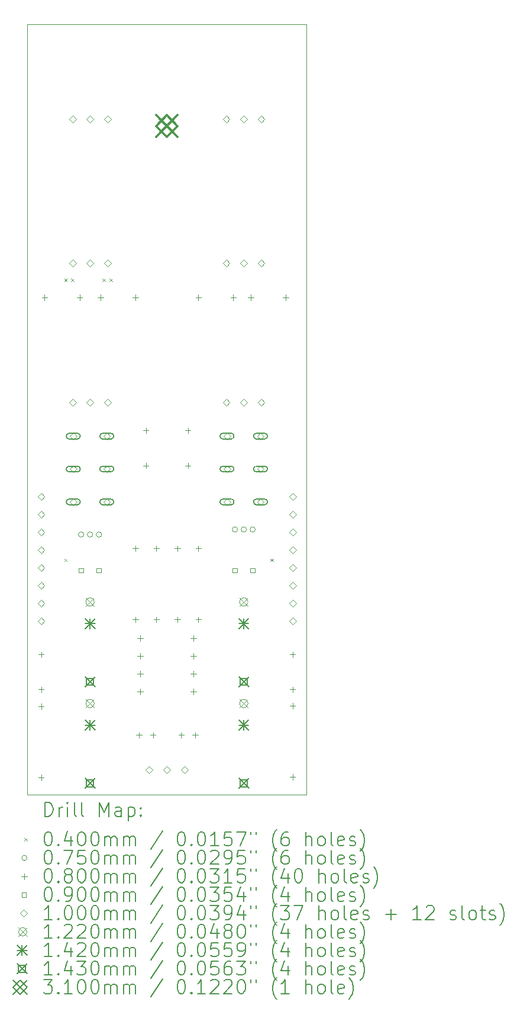
<source format=gbr>
%FSLAX45Y45*%
G04 Gerber Fmt 4.5, Leading zero omitted, Abs format (unit mm)*
G04 Created by KiCad (PCBNEW (6.0.0)) date 2022-07-07 19:59:44*
%MOMM*%
%LPD*%
G01*
G04 APERTURE LIST*
%TA.AperFunction,Profile*%
%ADD10C,0.050000*%
%TD*%
%ADD11C,0.200000*%
%ADD12C,0.040000*%
%ADD13C,0.075000*%
%ADD14C,0.080000*%
%ADD15C,0.090000*%
%ADD16C,0.100000*%
%ADD17C,0.122000*%
%ADD18C,0.142000*%
%ADD19C,0.143000*%
%ADD20C,0.310000*%
G04 APERTURE END LIST*
D10*
X5100000Y-2950000D02*
X5100000Y-13950000D01*
X5100000Y-13950000D02*
X9100000Y-13950000D01*
X9100000Y-2950000D02*
X9100000Y-13950000D01*
X5100000Y-2950000D02*
X9100000Y-2950000D01*
D11*
D12*
X5630000Y-6580000D02*
X5670000Y-6620000D01*
X5670000Y-6580000D02*
X5630000Y-6620000D01*
X5630000Y-10580000D02*
X5670000Y-10620000D01*
X5670000Y-10580000D02*
X5630000Y-10620000D01*
X5730000Y-6580000D02*
X5770000Y-6620000D01*
X5770000Y-6580000D02*
X5730000Y-6620000D01*
X6180000Y-6580000D02*
X6220000Y-6620000D01*
X6220000Y-6580000D02*
X6180000Y-6620000D01*
X6280000Y-6580000D02*
X6320000Y-6620000D01*
X6320000Y-6580000D02*
X6280000Y-6620000D01*
X8580000Y-10580000D02*
X8620000Y-10620000D01*
X8620000Y-10580000D02*
X8580000Y-10620000D01*
D13*
X5910500Y-10236000D02*
G75*
G03*
X5910500Y-10236000I-37500J0D01*
G01*
X6037500Y-10236000D02*
G75*
G03*
X6037500Y-10236000I-37500J0D01*
G01*
X6164500Y-10236000D02*
G75*
G03*
X6164500Y-10236000I-37500J0D01*
G01*
X8110500Y-10164000D02*
G75*
G03*
X8110500Y-10164000I-37500J0D01*
G01*
X8237500Y-10164000D02*
G75*
G03*
X8237500Y-10164000I-37500J0D01*
G01*
X8364500Y-10164000D02*
G75*
G03*
X8364500Y-10164000I-37500J0D01*
G01*
D14*
X5300000Y-11910000D02*
X5300000Y-11990000D01*
X5260000Y-11950000D02*
X5340000Y-11950000D01*
X5300000Y-12410000D02*
X5300000Y-12490000D01*
X5260000Y-12450000D02*
X5340000Y-12450000D01*
X5300000Y-12652000D02*
X5300000Y-12732000D01*
X5260000Y-12692000D02*
X5340000Y-12692000D01*
X5300000Y-13668000D02*
X5300000Y-13748000D01*
X5260000Y-13708000D02*
X5340000Y-13708000D01*
X5350000Y-6810000D02*
X5350000Y-6890000D01*
X5310000Y-6850000D02*
X5390000Y-6850000D01*
X5850000Y-6810000D02*
X5850000Y-6890000D01*
X5810000Y-6850000D02*
X5890000Y-6850000D01*
X6150000Y-6810000D02*
X6150000Y-6890000D01*
X6110000Y-6850000D02*
X6190000Y-6850000D01*
X6650000Y-6810000D02*
X6650000Y-6890000D01*
X6610000Y-6850000D02*
X6690000Y-6850000D01*
X6650000Y-10394000D02*
X6650000Y-10474000D01*
X6610000Y-10434000D02*
X6690000Y-10434000D01*
X6650000Y-11410000D02*
X6650000Y-11490000D01*
X6610000Y-11450000D02*
X6690000Y-11450000D01*
X6700000Y-13060000D02*
X6700000Y-13140000D01*
X6660000Y-13100000D02*
X6740000Y-13100000D01*
X6718000Y-11678000D02*
X6718000Y-11758000D01*
X6678000Y-11718000D02*
X6758000Y-11718000D01*
X6718000Y-11932000D02*
X6718000Y-12012000D01*
X6678000Y-11972000D02*
X6758000Y-11972000D01*
X6718000Y-12186000D02*
X6718000Y-12266000D01*
X6678000Y-12226000D02*
X6758000Y-12226000D01*
X6718000Y-12440000D02*
X6718000Y-12520000D01*
X6678000Y-12480000D02*
X6758000Y-12480000D01*
X6800000Y-8710000D02*
X6800000Y-8790000D01*
X6760000Y-8750000D02*
X6840000Y-8750000D01*
X6800000Y-9210000D02*
X6800000Y-9290000D01*
X6760000Y-9250000D02*
X6840000Y-9250000D01*
X6900000Y-13060000D02*
X6900000Y-13140000D01*
X6860000Y-13100000D02*
X6940000Y-13100000D01*
X6950000Y-10394000D02*
X6950000Y-10474000D01*
X6910000Y-10434000D02*
X6990000Y-10434000D01*
X6950000Y-11410000D02*
X6950000Y-11490000D01*
X6910000Y-11450000D02*
X6990000Y-11450000D01*
X7250000Y-10394000D02*
X7250000Y-10474000D01*
X7210000Y-10434000D02*
X7290000Y-10434000D01*
X7250000Y-11410000D02*
X7250000Y-11490000D01*
X7210000Y-11450000D02*
X7290000Y-11450000D01*
X7304489Y-13060000D02*
X7304489Y-13140000D01*
X7264489Y-13100000D02*
X7344489Y-13100000D01*
X7400000Y-8710000D02*
X7400000Y-8790000D01*
X7360000Y-8750000D02*
X7440000Y-8750000D01*
X7400000Y-9210000D02*
X7400000Y-9290000D01*
X7360000Y-9250000D02*
X7440000Y-9250000D01*
X7480000Y-11678000D02*
X7480000Y-11758000D01*
X7440000Y-11718000D02*
X7520000Y-11718000D01*
X7480000Y-11932000D02*
X7480000Y-12012000D01*
X7440000Y-11972000D02*
X7520000Y-11972000D01*
X7480000Y-12186000D02*
X7480000Y-12266000D01*
X7440000Y-12226000D02*
X7520000Y-12226000D01*
X7480000Y-12440000D02*
X7480000Y-12520000D01*
X7440000Y-12480000D02*
X7520000Y-12480000D01*
X7504489Y-13060000D02*
X7504489Y-13140000D01*
X7464489Y-13100000D02*
X7544489Y-13100000D01*
X7550000Y-6810000D02*
X7550000Y-6890000D01*
X7510000Y-6850000D02*
X7590000Y-6850000D01*
X7550000Y-10394000D02*
X7550000Y-10474000D01*
X7510000Y-10434000D02*
X7590000Y-10434000D01*
X7550000Y-11410000D02*
X7550000Y-11490000D01*
X7510000Y-11450000D02*
X7590000Y-11450000D01*
X8050000Y-6810000D02*
X8050000Y-6890000D01*
X8010000Y-6850000D02*
X8090000Y-6850000D01*
X8300000Y-6810000D02*
X8300000Y-6890000D01*
X8260000Y-6850000D02*
X8340000Y-6850000D01*
X8800000Y-6810000D02*
X8800000Y-6890000D01*
X8760000Y-6850000D02*
X8840000Y-6850000D01*
X8900000Y-11910000D02*
X8900000Y-11990000D01*
X8860000Y-11950000D02*
X8940000Y-11950000D01*
X8900000Y-12410000D02*
X8900000Y-12490000D01*
X8860000Y-12450000D02*
X8940000Y-12450000D01*
X8900000Y-12644000D02*
X8900000Y-12724000D01*
X8860000Y-12684000D02*
X8940000Y-12684000D01*
X8900000Y-13660000D02*
X8900000Y-13740000D01*
X8860000Y-13700000D02*
X8940000Y-13700000D01*
D15*
X5904320Y-10781820D02*
X5904320Y-10718180D01*
X5840680Y-10718180D01*
X5840680Y-10781820D01*
X5904320Y-10781820D01*
X6158320Y-10781820D02*
X6158320Y-10718180D01*
X6094680Y-10718180D01*
X6094680Y-10781820D01*
X6158320Y-10781820D01*
X8104320Y-10781820D02*
X8104320Y-10718180D01*
X8040680Y-10718180D01*
X8040680Y-10781820D01*
X8104320Y-10781820D01*
X8358320Y-10781820D02*
X8358320Y-10718180D01*
X8294680Y-10718180D01*
X8294680Y-10781820D01*
X8358320Y-10781820D01*
D16*
X5300000Y-9746000D02*
X5350000Y-9696000D01*
X5300000Y-9646000D01*
X5250000Y-9696000D01*
X5300000Y-9746000D01*
X5300000Y-10000000D02*
X5350000Y-9950000D01*
X5300000Y-9900000D01*
X5250000Y-9950000D01*
X5300000Y-10000000D01*
X5300000Y-10254000D02*
X5350000Y-10204000D01*
X5300000Y-10154000D01*
X5250000Y-10204000D01*
X5300000Y-10254000D01*
X5300000Y-10508000D02*
X5350000Y-10458000D01*
X5300000Y-10408000D01*
X5250000Y-10458000D01*
X5300000Y-10508000D01*
X5300000Y-10762000D02*
X5350000Y-10712000D01*
X5300000Y-10662000D01*
X5250000Y-10712000D01*
X5300000Y-10762000D01*
X5300000Y-11016000D02*
X5350000Y-10966000D01*
X5300000Y-10916000D01*
X5250000Y-10966000D01*
X5300000Y-11016000D01*
X5300000Y-11270000D02*
X5350000Y-11220000D01*
X5300000Y-11170000D01*
X5250000Y-11220000D01*
X5300000Y-11270000D01*
X5300000Y-11524000D02*
X5350000Y-11474000D01*
X5300000Y-11424000D01*
X5250000Y-11474000D01*
X5300000Y-11524000D01*
X5750000Y-4350000D02*
X5800000Y-4300000D01*
X5750000Y-4250000D01*
X5700000Y-4300000D01*
X5750000Y-4350000D01*
X5750000Y-6405000D02*
X5800000Y-6355000D01*
X5750000Y-6305000D01*
X5700000Y-6355000D01*
X5750000Y-6405000D01*
X5750000Y-8400000D02*
X5800000Y-8350000D01*
X5750000Y-8300000D01*
X5700000Y-8350000D01*
X5750000Y-8400000D01*
X5760000Y-8880000D02*
X5810000Y-8830000D01*
X5760000Y-8780000D01*
X5710000Y-8830000D01*
X5760000Y-8880000D01*
D11*
X5820000Y-8790000D02*
X5700000Y-8790000D01*
X5820000Y-8870000D02*
X5700000Y-8870000D01*
X5700000Y-8790000D02*
G75*
G03*
X5700000Y-8870000I0J-40000D01*
G01*
X5820000Y-8870000D02*
G75*
G03*
X5820000Y-8790000I0J40000D01*
G01*
D16*
X5760000Y-9350000D02*
X5810000Y-9300000D01*
X5760000Y-9250000D01*
X5710000Y-9300000D01*
X5760000Y-9350000D01*
D11*
X5820000Y-9260000D02*
X5700000Y-9260000D01*
X5820000Y-9340000D02*
X5700000Y-9340000D01*
X5700000Y-9260000D02*
G75*
G03*
X5700000Y-9340000I0J-40000D01*
G01*
X5820000Y-9340000D02*
G75*
G03*
X5820000Y-9260000I0J40000D01*
G01*
D16*
X5760000Y-9820000D02*
X5810000Y-9770000D01*
X5760000Y-9720000D01*
X5710000Y-9770000D01*
X5760000Y-9820000D01*
D11*
X5820000Y-9730000D02*
X5700000Y-9730000D01*
X5820000Y-9810000D02*
X5700000Y-9810000D01*
X5700000Y-9730000D02*
G75*
G03*
X5700000Y-9810000I0J-40000D01*
G01*
X5820000Y-9810000D02*
G75*
G03*
X5820000Y-9730000I0J40000D01*
G01*
D16*
X6000000Y-4350000D02*
X6050000Y-4300000D01*
X6000000Y-4250000D01*
X5950000Y-4300000D01*
X6000000Y-4350000D01*
X6000000Y-6405000D02*
X6050000Y-6355000D01*
X6000000Y-6305000D01*
X5950000Y-6355000D01*
X6000000Y-6405000D01*
X6000000Y-8400000D02*
X6050000Y-8350000D01*
X6000000Y-8300000D01*
X5950000Y-8350000D01*
X6000000Y-8400000D01*
X6240000Y-8880000D02*
X6290000Y-8830000D01*
X6240000Y-8780000D01*
X6190000Y-8830000D01*
X6240000Y-8880000D01*
D11*
X6300000Y-8790000D02*
X6180000Y-8790000D01*
X6300000Y-8870000D02*
X6180000Y-8870000D01*
X6180000Y-8790000D02*
G75*
G03*
X6180000Y-8870000I0J-40000D01*
G01*
X6300000Y-8870000D02*
G75*
G03*
X6300000Y-8790000I0J40000D01*
G01*
D16*
X6240000Y-9350000D02*
X6290000Y-9300000D01*
X6240000Y-9250000D01*
X6190000Y-9300000D01*
X6240000Y-9350000D01*
D11*
X6300000Y-9260000D02*
X6180000Y-9260000D01*
X6300000Y-9340000D02*
X6180000Y-9340000D01*
X6180000Y-9260000D02*
G75*
G03*
X6180000Y-9340000I0J-40000D01*
G01*
X6300000Y-9340000D02*
G75*
G03*
X6300000Y-9260000I0J40000D01*
G01*
D16*
X6240000Y-9820000D02*
X6290000Y-9770000D01*
X6240000Y-9720000D01*
X6190000Y-9770000D01*
X6240000Y-9820000D01*
D11*
X6300000Y-9730000D02*
X6180000Y-9730000D01*
X6300000Y-9810000D02*
X6180000Y-9810000D01*
X6180000Y-9730000D02*
G75*
G03*
X6180000Y-9810000I0J-40000D01*
G01*
X6300000Y-9810000D02*
G75*
G03*
X6300000Y-9730000I0J40000D01*
G01*
D16*
X6250000Y-4350000D02*
X6300000Y-4300000D01*
X6250000Y-4250000D01*
X6200000Y-4300000D01*
X6250000Y-4350000D01*
X6250000Y-6405000D02*
X6300000Y-6355000D01*
X6250000Y-6305000D01*
X6200000Y-6355000D01*
X6250000Y-6405000D01*
X6250000Y-8400000D02*
X6300000Y-8350000D01*
X6250000Y-8300000D01*
X6200000Y-8350000D01*
X6250000Y-8400000D01*
X6844500Y-13647500D02*
X6894500Y-13597500D01*
X6844500Y-13547500D01*
X6794500Y-13597500D01*
X6844500Y-13647500D01*
X7098500Y-13647500D02*
X7148500Y-13597500D01*
X7098500Y-13547500D01*
X7048500Y-13597500D01*
X7098500Y-13647500D01*
X7352500Y-13647500D02*
X7402500Y-13597500D01*
X7352500Y-13547500D01*
X7302500Y-13597500D01*
X7352500Y-13647500D01*
X7950000Y-4350000D02*
X8000000Y-4300000D01*
X7950000Y-4250000D01*
X7900000Y-4300000D01*
X7950000Y-4350000D01*
X7950000Y-6405000D02*
X8000000Y-6355000D01*
X7950000Y-6305000D01*
X7900000Y-6355000D01*
X7950000Y-6405000D01*
X7950000Y-8400000D02*
X8000000Y-8350000D01*
X7950000Y-8300000D01*
X7900000Y-8350000D01*
X7950000Y-8400000D01*
X7960000Y-8880000D02*
X8010000Y-8830000D01*
X7960000Y-8780000D01*
X7910000Y-8830000D01*
X7960000Y-8880000D01*
D11*
X8020000Y-8790000D02*
X7900000Y-8790000D01*
X8020000Y-8870000D02*
X7900000Y-8870000D01*
X7900000Y-8790000D02*
G75*
G03*
X7900000Y-8870000I0J-40000D01*
G01*
X8020000Y-8870000D02*
G75*
G03*
X8020000Y-8790000I0J40000D01*
G01*
D16*
X7960000Y-9350000D02*
X8010000Y-9300000D01*
X7960000Y-9250000D01*
X7910000Y-9300000D01*
X7960000Y-9350000D01*
D11*
X8020000Y-9260000D02*
X7900000Y-9260000D01*
X8020000Y-9340000D02*
X7900000Y-9340000D01*
X7900000Y-9260000D02*
G75*
G03*
X7900000Y-9340000I0J-40000D01*
G01*
X8020000Y-9340000D02*
G75*
G03*
X8020000Y-9260000I0J40000D01*
G01*
D16*
X7960000Y-9820000D02*
X8010000Y-9770000D01*
X7960000Y-9720000D01*
X7910000Y-9770000D01*
X7960000Y-9820000D01*
D11*
X8020000Y-9730000D02*
X7900000Y-9730000D01*
X8020000Y-9810000D02*
X7900000Y-9810000D01*
X7900000Y-9730000D02*
G75*
G03*
X7900000Y-9810000I0J-40000D01*
G01*
X8020000Y-9810000D02*
G75*
G03*
X8020000Y-9730000I0J40000D01*
G01*
D16*
X8200000Y-4350000D02*
X8250000Y-4300000D01*
X8200000Y-4250000D01*
X8150000Y-4300000D01*
X8200000Y-4350000D01*
X8200000Y-6405000D02*
X8250000Y-6355000D01*
X8200000Y-6305000D01*
X8150000Y-6355000D01*
X8200000Y-6405000D01*
X8200000Y-8400000D02*
X8250000Y-8350000D01*
X8200000Y-8300000D01*
X8150000Y-8350000D01*
X8200000Y-8400000D01*
X8440000Y-8880000D02*
X8490000Y-8830000D01*
X8440000Y-8780000D01*
X8390000Y-8830000D01*
X8440000Y-8880000D01*
D11*
X8500000Y-8790000D02*
X8380000Y-8790000D01*
X8500000Y-8870000D02*
X8380000Y-8870000D01*
X8380000Y-8790000D02*
G75*
G03*
X8380000Y-8870000I0J-40000D01*
G01*
X8500000Y-8870000D02*
G75*
G03*
X8500000Y-8790000I0J40000D01*
G01*
D16*
X8440000Y-9350000D02*
X8490000Y-9300000D01*
X8440000Y-9250000D01*
X8390000Y-9300000D01*
X8440000Y-9350000D01*
D11*
X8500000Y-9260000D02*
X8380000Y-9260000D01*
X8500000Y-9340000D02*
X8380000Y-9340000D01*
X8380000Y-9260000D02*
G75*
G03*
X8380000Y-9340000I0J-40000D01*
G01*
X8500000Y-9340000D02*
G75*
G03*
X8500000Y-9260000I0J40000D01*
G01*
D16*
X8440000Y-9820000D02*
X8490000Y-9770000D01*
X8440000Y-9720000D01*
X8390000Y-9770000D01*
X8440000Y-9820000D01*
D11*
X8500000Y-9730000D02*
X8380000Y-9730000D01*
X8500000Y-9810000D02*
X8380000Y-9810000D01*
X8380000Y-9730000D02*
G75*
G03*
X8380000Y-9810000I0J-40000D01*
G01*
X8500000Y-9810000D02*
G75*
G03*
X8500000Y-9730000I0J40000D01*
G01*
D16*
X8450000Y-4350000D02*
X8500000Y-4300000D01*
X8450000Y-4250000D01*
X8400000Y-4300000D01*
X8450000Y-4350000D01*
X8450000Y-6405000D02*
X8500000Y-6355000D01*
X8450000Y-6305000D01*
X8400000Y-6355000D01*
X8450000Y-6405000D01*
X8450000Y-8400000D02*
X8500000Y-8350000D01*
X8450000Y-8300000D01*
X8400000Y-8350000D01*
X8450000Y-8400000D01*
X8900000Y-9746000D02*
X8950000Y-9696000D01*
X8900000Y-9646000D01*
X8850000Y-9696000D01*
X8900000Y-9746000D01*
X8900000Y-10000000D02*
X8950000Y-9950000D01*
X8900000Y-9900000D01*
X8850000Y-9950000D01*
X8900000Y-10000000D01*
X8900000Y-10254000D02*
X8950000Y-10204000D01*
X8900000Y-10154000D01*
X8850000Y-10204000D01*
X8900000Y-10254000D01*
X8900000Y-10508000D02*
X8950000Y-10458000D01*
X8900000Y-10408000D01*
X8850000Y-10458000D01*
X8900000Y-10508000D01*
X8900000Y-10762000D02*
X8950000Y-10712000D01*
X8900000Y-10662000D01*
X8850000Y-10712000D01*
X8900000Y-10762000D01*
X8900000Y-11016000D02*
X8950000Y-10966000D01*
X8900000Y-10916000D01*
X8850000Y-10966000D01*
X8900000Y-11016000D01*
X8900000Y-11270000D02*
X8950000Y-11220000D01*
X8900000Y-11170000D01*
X8850000Y-11220000D01*
X8900000Y-11270000D01*
X8900000Y-11524000D02*
X8950000Y-11474000D01*
X8900000Y-11424000D01*
X8850000Y-11474000D01*
X8900000Y-11524000D01*
D17*
X5939000Y-11139000D02*
X6061000Y-11261000D01*
X6061000Y-11139000D02*
X5939000Y-11261000D01*
X6061000Y-11200000D02*
G75*
G03*
X6061000Y-11200000I-61000J0D01*
G01*
X5939000Y-12589000D02*
X6061000Y-12711000D01*
X6061000Y-12589000D02*
X5939000Y-12711000D01*
X6061000Y-12650000D02*
G75*
G03*
X6061000Y-12650000I-61000J0D01*
G01*
X8139000Y-11139000D02*
X8261000Y-11261000D01*
X8261000Y-11139000D02*
X8139000Y-11261000D01*
X8261000Y-11200000D02*
G75*
G03*
X8261000Y-11200000I-61000J0D01*
G01*
X8139000Y-12589000D02*
X8261000Y-12711000D01*
X8261000Y-12589000D02*
X8139000Y-12711000D01*
X8261000Y-12650000D02*
G75*
G03*
X8261000Y-12650000I-61000J0D01*
G01*
D18*
X5929000Y-11439000D02*
X6071000Y-11581000D01*
X6071000Y-11439000D02*
X5929000Y-11581000D01*
X6000000Y-11439000D02*
X6000000Y-11581000D01*
X5929000Y-11510000D02*
X6071000Y-11510000D01*
X5929000Y-12889000D02*
X6071000Y-13031000D01*
X6071000Y-12889000D02*
X5929000Y-13031000D01*
X6000000Y-12889000D02*
X6000000Y-13031000D01*
X5929000Y-12960000D02*
X6071000Y-12960000D01*
X8129000Y-11439000D02*
X8271000Y-11581000D01*
X8271000Y-11439000D02*
X8129000Y-11581000D01*
X8200000Y-11439000D02*
X8200000Y-11581000D01*
X8129000Y-11510000D02*
X8271000Y-11510000D01*
X8129000Y-12889000D02*
X8271000Y-13031000D01*
X8271000Y-12889000D02*
X8129000Y-13031000D01*
X8200000Y-12889000D02*
X8200000Y-13031000D01*
X8129000Y-12960000D02*
X8271000Y-12960000D01*
D19*
X5928500Y-12268500D02*
X6071500Y-12411500D01*
X6071500Y-12268500D02*
X5928500Y-12411500D01*
X6050559Y-12390559D02*
X6050559Y-12289441D01*
X5949441Y-12289441D01*
X5949441Y-12390559D01*
X6050559Y-12390559D01*
X5928500Y-13718500D02*
X6071500Y-13861500D01*
X6071500Y-13718500D02*
X5928500Y-13861500D01*
X6050559Y-13840559D02*
X6050559Y-13739441D01*
X5949441Y-13739441D01*
X5949441Y-13840559D01*
X6050559Y-13840559D01*
X8128500Y-12268500D02*
X8271500Y-12411500D01*
X8271500Y-12268500D02*
X8128500Y-12411500D01*
X8250559Y-12390559D02*
X8250559Y-12289441D01*
X8149441Y-12289441D01*
X8149441Y-12390559D01*
X8250559Y-12390559D01*
X8128500Y-13718500D02*
X8271500Y-13861500D01*
X8271500Y-13718500D02*
X8128500Y-13861500D01*
X8250559Y-13840559D02*
X8250559Y-13739441D01*
X8149441Y-13739441D01*
X8149441Y-13840559D01*
X8250559Y-13840559D01*
D20*
X6945000Y-4245000D02*
X7255000Y-4555000D01*
X7255000Y-4245000D02*
X6945000Y-4555000D01*
X7100000Y-4555000D02*
X7255000Y-4400000D01*
X7100000Y-4245000D01*
X6945000Y-4400000D01*
X7100000Y-4555000D01*
D11*
X5355119Y-14262976D02*
X5355119Y-14062976D01*
X5402738Y-14062976D01*
X5431310Y-14072500D01*
X5450357Y-14091548D01*
X5459881Y-14110595D01*
X5469405Y-14148690D01*
X5469405Y-14177262D01*
X5459881Y-14215357D01*
X5450357Y-14234405D01*
X5431310Y-14253452D01*
X5402738Y-14262976D01*
X5355119Y-14262976D01*
X5555119Y-14262976D02*
X5555119Y-14129643D01*
X5555119Y-14167738D02*
X5564643Y-14148690D01*
X5574167Y-14139167D01*
X5593214Y-14129643D01*
X5612262Y-14129643D01*
X5678928Y-14262976D02*
X5678928Y-14129643D01*
X5678928Y-14062976D02*
X5669405Y-14072500D01*
X5678928Y-14082024D01*
X5688452Y-14072500D01*
X5678928Y-14062976D01*
X5678928Y-14082024D01*
X5802738Y-14262976D02*
X5783690Y-14253452D01*
X5774167Y-14234405D01*
X5774167Y-14062976D01*
X5907500Y-14262976D02*
X5888452Y-14253452D01*
X5878928Y-14234405D01*
X5878928Y-14062976D01*
X6136071Y-14262976D02*
X6136071Y-14062976D01*
X6202738Y-14205833D01*
X6269405Y-14062976D01*
X6269405Y-14262976D01*
X6450357Y-14262976D02*
X6450357Y-14158214D01*
X6440833Y-14139167D01*
X6421786Y-14129643D01*
X6383690Y-14129643D01*
X6364643Y-14139167D01*
X6450357Y-14253452D02*
X6431309Y-14262976D01*
X6383690Y-14262976D01*
X6364643Y-14253452D01*
X6355119Y-14234405D01*
X6355119Y-14215357D01*
X6364643Y-14196309D01*
X6383690Y-14186786D01*
X6431309Y-14186786D01*
X6450357Y-14177262D01*
X6545595Y-14129643D02*
X6545595Y-14329643D01*
X6545595Y-14139167D02*
X6564643Y-14129643D01*
X6602738Y-14129643D01*
X6621786Y-14139167D01*
X6631309Y-14148690D01*
X6640833Y-14167738D01*
X6640833Y-14224881D01*
X6631309Y-14243928D01*
X6621786Y-14253452D01*
X6602738Y-14262976D01*
X6564643Y-14262976D01*
X6545595Y-14253452D01*
X6726548Y-14243928D02*
X6736071Y-14253452D01*
X6726548Y-14262976D01*
X6717024Y-14253452D01*
X6726548Y-14243928D01*
X6726548Y-14262976D01*
X6726548Y-14139167D02*
X6736071Y-14148690D01*
X6726548Y-14158214D01*
X6717024Y-14148690D01*
X6726548Y-14139167D01*
X6726548Y-14158214D01*
D12*
X5057500Y-14572500D02*
X5097500Y-14612500D01*
X5097500Y-14572500D02*
X5057500Y-14612500D01*
D11*
X5393214Y-14482976D02*
X5412262Y-14482976D01*
X5431310Y-14492500D01*
X5440833Y-14502024D01*
X5450357Y-14521071D01*
X5459881Y-14559167D01*
X5459881Y-14606786D01*
X5450357Y-14644881D01*
X5440833Y-14663928D01*
X5431310Y-14673452D01*
X5412262Y-14682976D01*
X5393214Y-14682976D01*
X5374167Y-14673452D01*
X5364643Y-14663928D01*
X5355119Y-14644881D01*
X5345595Y-14606786D01*
X5345595Y-14559167D01*
X5355119Y-14521071D01*
X5364643Y-14502024D01*
X5374167Y-14492500D01*
X5393214Y-14482976D01*
X5545595Y-14663928D02*
X5555119Y-14673452D01*
X5545595Y-14682976D01*
X5536071Y-14673452D01*
X5545595Y-14663928D01*
X5545595Y-14682976D01*
X5726548Y-14549643D02*
X5726548Y-14682976D01*
X5678928Y-14473452D02*
X5631309Y-14616309D01*
X5755119Y-14616309D01*
X5869405Y-14482976D02*
X5888452Y-14482976D01*
X5907500Y-14492500D01*
X5917024Y-14502024D01*
X5926548Y-14521071D01*
X5936071Y-14559167D01*
X5936071Y-14606786D01*
X5926548Y-14644881D01*
X5917024Y-14663928D01*
X5907500Y-14673452D01*
X5888452Y-14682976D01*
X5869405Y-14682976D01*
X5850357Y-14673452D01*
X5840833Y-14663928D01*
X5831309Y-14644881D01*
X5821786Y-14606786D01*
X5821786Y-14559167D01*
X5831309Y-14521071D01*
X5840833Y-14502024D01*
X5850357Y-14492500D01*
X5869405Y-14482976D01*
X6059881Y-14482976D02*
X6078928Y-14482976D01*
X6097976Y-14492500D01*
X6107500Y-14502024D01*
X6117024Y-14521071D01*
X6126548Y-14559167D01*
X6126548Y-14606786D01*
X6117024Y-14644881D01*
X6107500Y-14663928D01*
X6097976Y-14673452D01*
X6078928Y-14682976D01*
X6059881Y-14682976D01*
X6040833Y-14673452D01*
X6031309Y-14663928D01*
X6021786Y-14644881D01*
X6012262Y-14606786D01*
X6012262Y-14559167D01*
X6021786Y-14521071D01*
X6031309Y-14502024D01*
X6040833Y-14492500D01*
X6059881Y-14482976D01*
X6212262Y-14682976D02*
X6212262Y-14549643D01*
X6212262Y-14568690D02*
X6221786Y-14559167D01*
X6240833Y-14549643D01*
X6269405Y-14549643D01*
X6288452Y-14559167D01*
X6297976Y-14578214D01*
X6297976Y-14682976D01*
X6297976Y-14578214D02*
X6307500Y-14559167D01*
X6326548Y-14549643D01*
X6355119Y-14549643D01*
X6374167Y-14559167D01*
X6383690Y-14578214D01*
X6383690Y-14682976D01*
X6478928Y-14682976D02*
X6478928Y-14549643D01*
X6478928Y-14568690D02*
X6488452Y-14559167D01*
X6507500Y-14549643D01*
X6536071Y-14549643D01*
X6555119Y-14559167D01*
X6564643Y-14578214D01*
X6564643Y-14682976D01*
X6564643Y-14578214D02*
X6574167Y-14559167D01*
X6593214Y-14549643D01*
X6621786Y-14549643D01*
X6640833Y-14559167D01*
X6650357Y-14578214D01*
X6650357Y-14682976D01*
X7040833Y-14473452D02*
X6869405Y-14730595D01*
X7297976Y-14482976D02*
X7317024Y-14482976D01*
X7336071Y-14492500D01*
X7345595Y-14502024D01*
X7355119Y-14521071D01*
X7364643Y-14559167D01*
X7364643Y-14606786D01*
X7355119Y-14644881D01*
X7345595Y-14663928D01*
X7336071Y-14673452D01*
X7317024Y-14682976D01*
X7297976Y-14682976D01*
X7278928Y-14673452D01*
X7269405Y-14663928D01*
X7259881Y-14644881D01*
X7250357Y-14606786D01*
X7250357Y-14559167D01*
X7259881Y-14521071D01*
X7269405Y-14502024D01*
X7278928Y-14492500D01*
X7297976Y-14482976D01*
X7450357Y-14663928D02*
X7459881Y-14673452D01*
X7450357Y-14682976D01*
X7440833Y-14673452D01*
X7450357Y-14663928D01*
X7450357Y-14682976D01*
X7583690Y-14482976D02*
X7602738Y-14482976D01*
X7621786Y-14492500D01*
X7631309Y-14502024D01*
X7640833Y-14521071D01*
X7650357Y-14559167D01*
X7650357Y-14606786D01*
X7640833Y-14644881D01*
X7631309Y-14663928D01*
X7621786Y-14673452D01*
X7602738Y-14682976D01*
X7583690Y-14682976D01*
X7564643Y-14673452D01*
X7555119Y-14663928D01*
X7545595Y-14644881D01*
X7536071Y-14606786D01*
X7536071Y-14559167D01*
X7545595Y-14521071D01*
X7555119Y-14502024D01*
X7564643Y-14492500D01*
X7583690Y-14482976D01*
X7840833Y-14682976D02*
X7726548Y-14682976D01*
X7783690Y-14682976D02*
X7783690Y-14482976D01*
X7764643Y-14511548D01*
X7745595Y-14530595D01*
X7726548Y-14540119D01*
X8021786Y-14482976D02*
X7926548Y-14482976D01*
X7917024Y-14578214D01*
X7926548Y-14568690D01*
X7945595Y-14559167D01*
X7993214Y-14559167D01*
X8012262Y-14568690D01*
X8021786Y-14578214D01*
X8031309Y-14597262D01*
X8031309Y-14644881D01*
X8021786Y-14663928D01*
X8012262Y-14673452D01*
X7993214Y-14682976D01*
X7945595Y-14682976D01*
X7926548Y-14673452D01*
X7917024Y-14663928D01*
X8097976Y-14482976D02*
X8231309Y-14482976D01*
X8145595Y-14682976D01*
X8297976Y-14482976D02*
X8297976Y-14521071D01*
X8374167Y-14482976D02*
X8374167Y-14521071D01*
X8669405Y-14759167D02*
X8659881Y-14749643D01*
X8640833Y-14721071D01*
X8631310Y-14702024D01*
X8621786Y-14673452D01*
X8612262Y-14625833D01*
X8612262Y-14587738D01*
X8621786Y-14540119D01*
X8631310Y-14511548D01*
X8640833Y-14492500D01*
X8659881Y-14463928D01*
X8669405Y-14454405D01*
X8831310Y-14482976D02*
X8793214Y-14482976D01*
X8774167Y-14492500D01*
X8764643Y-14502024D01*
X8745595Y-14530595D01*
X8736071Y-14568690D01*
X8736071Y-14644881D01*
X8745595Y-14663928D01*
X8755119Y-14673452D01*
X8774167Y-14682976D01*
X8812262Y-14682976D01*
X8831310Y-14673452D01*
X8840833Y-14663928D01*
X8850357Y-14644881D01*
X8850357Y-14597262D01*
X8840833Y-14578214D01*
X8831310Y-14568690D01*
X8812262Y-14559167D01*
X8774167Y-14559167D01*
X8755119Y-14568690D01*
X8745595Y-14578214D01*
X8736071Y-14597262D01*
X9088452Y-14682976D02*
X9088452Y-14482976D01*
X9174167Y-14682976D02*
X9174167Y-14578214D01*
X9164643Y-14559167D01*
X9145595Y-14549643D01*
X9117024Y-14549643D01*
X9097976Y-14559167D01*
X9088452Y-14568690D01*
X9297976Y-14682976D02*
X9278929Y-14673452D01*
X9269405Y-14663928D01*
X9259881Y-14644881D01*
X9259881Y-14587738D01*
X9269405Y-14568690D01*
X9278929Y-14559167D01*
X9297976Y-14549643D01*
X9326548Y-14549643D01*
X9345595Y-14559167D01*
X9355119Y-14568690D01*
X9364643Y-14587738D01*
X9364643Y-14644881D01*
X9355119Y-14663928D01*
X9345595Y-14673452D01*
X9326548Y-14682976D01*
X9297976Y-14682976D01*
X9478929Y-14682976D02*
X9459881Y-14673452D01*
X9450357Y-14654405D01*
X9450357Y-14482976D01*
X9631310Y-14673452D02*
X9612262Y-14682976D01*
X9574167Y-14682976D01*
X9555119Y-14673452D01*
X9545595Y-14654405D01*
X9545595Y-14578214D01*
X9555119Y-14559167D01*
X9574167Y-14549643D01*
X9612262Y-14549643D01*
X9631310Y-14559167D01*
X9640833Y-14578214D01*
X9640833Y-14597262D01*
X9545595Y-14616309D01*
X9717024Y-14673452D02*
X9736071Y-14682976D01*
X9774167Y-14682976D01*
X9793214Y-14673452D01*
X9802738Y-14654405D01*
X9802738Y-14644881D01*
X9793214Y-14625833D01*
X9774167Y-14616309D01*
X9745595Y-14616309D01*
X9726548Y-14606786D01*
X9717024Y-14587738D01*
X9717024Y-14578214D01*
X9726548Y-14559167D01*
X9745595Y-14549643D01*
X9774167Y-14549643D01*
X9793214Y-14559167D01*
X9869405Y-14759167D02*
X9878929Y-14749643D01*
X9897976Y-14721071D01*
X9907500Y-14702024D01*
X9917024Y-14673452D01*
X9926548Y-14625833D01*
X9926548Y-14587738D01*
X9917024Y-14540119D01*
X9907500Y-14511548D01*
X9897976Y-14492500D01*
X9878929Y-14463928D01*
X9869405Y-14454405D01*
D13*
X5097500Y-14856500D02*
G75*
G03*
X5097500Y-14856500I-37500J0D01*
G01*
D11*
X5393214Y-14746976D02*
X5412262Y-14746976D01*
X5431310Y-14756500D01*
X5440833Y-14766024D01*
X5450357Y-14785071D01*
X5459881Y-14823167D01*
X5459881Y-14870786D01*
X5450357Y-14908881D01*
X5440833Y-14927928D01*
X5431310Y-14937452D01*
X5412262Y-14946976D01*
X5393214Y-14946976D01*
X5374167Y-14937452D01*
X5364643Y-14927928D01*
X5355119Y-14908881D01*
X5345595Y-14870786D01*
X5345595Y-14823167D01*
X5355119Y-14785071D01*
X5364643Y-14766024D01*
X5374167Y-14756500D01*
X5393214Y-14746976D01*
X5545595Y-14927928D02*
X5555119Y-14937452D01*
X5545595Y-14946976D01*
X5536071Y-14937452D01*
X5545595Y-14927928D01*
X5545595Y-14946976D01*
X5621786Y-14746976D02*
X5755119Y-14746976D01*
X5669405Y-14946976D01*
X5926548Y-14746976D02*
X5831309Y-14746976D01*
X5821786Y-14842214D01*
X5831309Y-14832690D01*
X5850357Y-14823167D01*
X5897976Y-14823167D01*
X5917024Y-14832690D01*
X5926548Y-14842214D01*
X5936071Y-14861262D01*
X5936071Y-14908881D01*
X5926548Y-14927928D01*
X5917024Y-14937452D01*
X5897976Y-14946976D01*
X5850357Y-14946976D01*
X5831309Y-14937452D01*
X5821786Y-14927928D01*
X6059881Y-14746976D02*
X6078928Y-14746976D01*
X6097976Y-14756500D01*
X6107500Y-14766024D01*
X6117024Y-14785071D01*
X6126548Y-14823167D01*
X6126548Y-14870786D01*
X6117024Y-14908881D01*
X6107500Y-14927928D01*
X6097976Y-14937452D01*
X6078928Y-14946976D01*
X6059881Y-14946976D01*
X6040833Y-14937452D01*
X6031309Y-14927928D01*
X6021786Y-14908881D01*
X6012262Y-14870786D01*
X6012262Y-14823167D01*
X6021786Y-14785071D01*
X6031309Y-14766024D01*
X6040833Y-14756500D01*
X6059881Y-14746976D01*
X6212262Y-14946976D02*
X6212262Y-14813643D01*
X6212262Y-14832690D02*
X6221786Y-14823167D01*
X6240833Y-14813643D01*
X6269405Y-14813643D01*
X6288452Y-14823167D01*
X6297976Y-14842214D01*
X6297976Y-14946976D01*
X6297976Y-14842214D02*
X6307500Y-14823167D01*
X6326548Y-14813643D01*
X6355119Y-14813643D01*
X6374167Y-14823167D01*
X6383690Y-14842214D01*
X6383690Y-14946976D01*
X6478928Y-14946976D02*
X6478928Y-14813643D01*
X6478928Y-14832690D02*
X6488452Y-14823167D01*
X6507500Y-14813643D01*
X6536071Y-14813643D01*
X6555119Y-14823167D01*
X6564643Y-14842214D01*
X6564643Y-14946976D01*
X6564643Y-14842214D02*
X6574167Y-14823167D01*
X6593214Y-14813643D01*
X6621786Y-14813643D01*
X6640833Y-14823167D01*
X6650357Y-14842214D01*
X6650357Y-14946976D01*
X7040833Y-14737452D02*
X6869405Y-14994595D01*
X7297976Y-14746976D02*
X7317024Y-14746976D01*
X7336071Y-14756500D01*
X7345595Y-14766024D01*
X7355119Y-14785071D01*
X7364643Y-14823167D01*
X7364643Y-14870786D01*
X7355119Y-14908881D01*
X7345595Y-14927928D01*
X7336071Y-14937452D01*
X7317024Y-14946976D01*
X7297976Y-14946976D01*
X7278928Y-14937452D01*
X7269405Y-14927928D01*
X7259881Y-14908881D01*
X7250357Y-14870786D01*
X7250357Y-14823167D01*
X7259881Y-14785071D01*
X7269405Y-14766024D01*
X7278928Y-14756500D01*
X7297976Y-14746976D01*
X7450357Y-14927928D02*
X7459881Y-14937452D01*
X7450357Y-14946976D01*
X7440833Y-14937452D01*
X7450357Y-14927928D01*
X7450357Y-14946976D01*
X7583690Y-14746976D02*
X7602738Y-14746976D01*
X7621786Y-14756500D01*
X7631309Y-14766024D01*
X7640833Y-14785071D01*
X7650357Y-14823167D01*
X7650357Y-14870786D01*
X7640833Y-14908881D01*
X7631309Y-14927928D01*
X7621786Y-14937452D01*
X7602738Y-14946976D01*
X7583690Y-14946976D01*
X7564643Y-14937452D01*
X7555119Y-14927928D01*
X7545595Y-14908881D01*
X7536071Y-14870786D01*
X7536071Y-14823167D01*
X7545595Y-14785071D01*
X7555119Y-14766024D01*
X7564643Y-14756500D01*
X7583690Y-14746976D01*
X7726548Y-14766024D02*
X7736071Y-14756500D01*
X7755119Y-14746976D01*
X7802738Y-14746976D01*
X7821786Y-14756500D01*
X7831309Y-14766024D01*
X7840833Y-14785071D01*
X7840833Y-14804119D01*
X7831309Y-14832690D01*
X7717024Y-14946976D01*
X7840833Y-14946976D01*
X7936071Y-14946976D02*
X7974167Y-14946976D01*
X7993214Y-14937452D01*
X8002738Y-14927928D01*
X8021786Y-14899357D01*
X8031309Y-14861262D01*
X8031309Y-14785071D01*
X8021786Y-14766024D01*
X8012262Y-14756500D01*
X7993214Y-14746976D01*
X7955119Y-14746976D01*
X7936071Y-14756500D01*
X7926548Y-14766024D01*
X7917024Y-14785071D01*
X7917024Y-14832690D01*
X7926548Y-14851738D01*
X7936071Y-14861262D01*
X7955119Y-14870786D01*
X7993214Y-14870786D01*
X8012262Y-14861262D01*
X8021786Y-14851738D01*
X8031309Y-14832690D01*
X8212262Y-14746976D02*
X8117024Y-14746976D01*
X8107500Y-14842214D01*
X8117024Y-14832690D01*
X8136071Y-14823167D01*
X8183690Y-14823167D01*
X8202738Y-14832690D01*
X8212262Y-14842214D01*
X8221786Y-14861262D01*
X8221786Y-14908881D01*
X8212262Y-14927928D01*
X8202738Y-14937452D01*
X8183690Y-14946976D01*
X8136071Y-14946976D01*
X8117024Y-14937452D01*
X8107500Y-14927928D01*
X8297976Y-14746976D02*
X8297976Y-14785071D01*
X8374167Y-14746976D02*
X8374167Y-14785071D01*
X8669405Y-15023167D02*
X8659881Y-15013643D01*
X8640833Y-14985071D01*
X8631310Y-14966024D01*
X8621786Y-14937452D01*
X8612262Y-14889833D01*
X8612262Y-14851738D01*
X8621786Y-14804119D01*
X8631310Y-14775548D01*
X8640833Y-14756500D01*
X8659881Y-14727928D01*
X8669405Y-14718405D01*
X8831310Y-14746976D02*
X8793214Y-14746976D01*
X8774167Y-14756500D01*
X8764643Y-14766024D01*
X8745595Y-14794595D01*
X8736071Y-14832690D01*
X8736071Y-14908881D01*
X8745595Y-14927928D01*
X8755119Y-14937452D01*
X8774167Y-14946976D01*
X8812262Y-14946976D01*
X8831310Y-14937452D01*
X8840833Y-14927928D01*
X8850357Y-14908881D01*
X8850357Y-14861262D01*
X8840833Y-14842214D01*
X8831310Y-14832690D01*
X8812262Y-14823167D01*
X8774167Y-14823167D01*
X8755119Y-14832690D01*
X8745595Y-14842214D01*
X8736071Y-14861262D01*
X9088452Y-14946976D02*
X9088452Y-14746976D01*
X9174167Y-14946976D02*
X9174167Y-14842214D01*
X9164643Y-14823167D01*
X9145595Y-14813643D01*
X9117024Y-14813643D01*
X9097976Y-14823167D01*
X9088452Y-14832690D01*
X9297976Y-14946976D02*
X9278929Y-14937452D01*
X9269405Y-14927928D01*
X9259881Y-14908881D01*
X9259881Y-14851738D01*
X9269405Y-14832690D01*
X9278929Y-14823167D01*
X9297976Y-14813643D01*
X9326548Y-14813643D01*
X9345595Y-14823167D01*
X9355119Y-14832690D01*
X9364643Y-14851738D01*
X9364643Y-14908881D01*
X9355119Y-14927928D01*
X9345595Y-14937452D01*
X9326548Y-14946976D01*
X9297976Y-14946976D01*
X9478929Y-14946976D02*
X9459881Y-14937452D01*
X9450357Y-14918405D01*
X9450357Y-14746976D01*
X9631310Y-14937452D02*
X9612262Y-14946976D01*
X9574167Y-14946976D01*
X9555119Y-14937452D01*
X9545595Y-14918405D01*
X9545595Y-14842214D01*
X9555119Y-14823167D01*
X9574167Y-14813643D01*
X9612262Y-14813643D01*
X9631310Y-14823167D01*
X9640833Y-14842214D01*
X9640833Y-14861262D01*
X9545595Y-14880309D01*
X9717024Y-14937452D02*
X9736071Y-14946976D01*
X9774167Y-14946976D01*
X9793214Y-14937452D01*
X9802738Y-14918405D01*
X9802738Y-14908881D01*
X9793214Y-14889833D01*
X9774167Y-14880309D01*
X9745595Y-14880309D01*
X9726548Y-14870786D01*
X9717024Y-14851738D01*
X9717024Y-14842214D01*
X9726548Y-14823167D01*
X9745595Y-14813643D01*
X9774167Y-14813643D01*
X9793214Y-14823167D01*
X9869405Y-15023167D02*
X9878929Y-15013643D01*
X9897976Y-14985071D01*
X9907500Y-14966024D01*
X9917024Y-14937452D01*
X9926548Y-14889833D01*
X9926548Y-14851738D01*
X9917024Y-14804119D01*
X9907500Y-14775548D01*
X9897976Y-14756500D01*
X9878929Y-14727928D01*
X9869405Y-14718405D01*
D14*
X5057500Y-15080500D02*
X5057500Y-15160500D01*
X5017500Y-15120500D02*
X5097500Y-15120500D01*
D11*
X5393214Y-15010976D02*
X5412262Y-15010976D01*
X5431310Y-15020500D01*
X5440833Y-15030024D01*
X5450357Y-15049071D01*
X5459881Y-15087167D01*
X5459881Y-15134786D01*
X5450357Y-15172881D01*
X5440833Y-15191928D01*
X5431310Y-15201452D01*
X5412262Y-15210976D01*
X5393214Y-15210976D01*
X5374167Y-15201452D01*
X5364643Y-15191928D01*
X5355119Y-15172881D01*
X5345595Y-15134786D01*
X5345595Y-15087167D01*
X5355119Y-15049071D01*
X5364643Y-15030024D01*
X5374167Y-15020500D01*
X5393214Y-15010976D01*
X5545595Y-15191928D02*
X5555119Y-15201452D01*
X5545595Y-15210976D01*
X5536071Y-15201452D01*
X5545595Y-15191928D01*
X5545595Y-15210976D01*
X5669405Y-15096690D02*
X5650357Y-15087167D01*
X5640833Y-15077643D01*
X5631309Y-15058595D01*
X5631309Y-15049071D01*
X5640833Y-15030024D01*
X5650357Y-15020500D01*
X5669405Y-15010976D01*
X5707500Y-15010976D01*
X5726548Y-15020500D01*
X5736071Y-15030024D01*
X5745595Y-15049071D01*
X5745595Y-15058595D01*
X5736071Y-15077643D01*
X5726548Y-15087167D01*
X5707500Y-15096690D01*
X5669405Y-15096690D01*
X5650357Y-15106214D01*
X5640833Y-15115738D01*
X5631309Y-15134786D01*
X5631309Y-15172881D01*
X5640833Y-15191928D01*
X5650357Y-15201452D01*
X5669405Y-15210976D01*
X5707500Y-15210976D01*
X5726548Y-15201452D01*
X5736071Y-15191928D01*
X5745595Y-15172881D01*
X5745595Y-15134786D01*
X5736071Y-15115738D01*
X5726548Y-15106214D01*
X5707500Y-15096690D01*
X5869405Y-15010976D02*
X5888452Y-15010976D01*
X5907500Y-15020500D01*
X5917024Y-15030024D01*
X5926548Y-15049071D01*
X5936071Y-15087167D01*
X5936071Y-15134786D01*
X5926548Y-15172881D01*
X5917024Y-15191928D01*
X5907500Y-15201452D01*
X5888452Y-15210976D01*
X5869405Y-15210976D01*
X5850357Y-15201452D01*
X5840833Y-15191928D01*
X5831309Y-15172881D01*
X5821786Y-15134786D01*
X5821786Y-15087167D01*
X5831309Y-15049071D01*
X5840833Y-15030024D01*
X5850357Y-15020500D01*
X5869405Y-15010976D01*
X6059881Y-15010976D02*
X6078928Y-15010976D01*
X6097976Y-15020500D01*
X6107500Y-15030024D01*
X6117024Y-15049071D01*
X6126548Y-15087167D01*
X6126548Y-15134786D01*
X6117024Y-15172881D01*
X6107500Y-15191928D01*
X6097976Y-15201452D01*
X6078928Y-15210976D01*
X6059881Y-15210976D01*
X6040833Y-15201452D01*
X6031309Y-15191928D01*
X6021786Y-15172881D01*
X6012262Y-15134786D01*
X6012262Y-15087167D01*
X6021786Y-15049071D01*
X6031309Y-15030024D01*
X6040833Y-15020500D01*
X6059881Y-15010976D01*
X6212262Y-15210976D02*
X6212262Y-15077643D01*
X6212262Y-15096690D02*
X6221786Y-15087167D01*
X6240833Y-15077643D01*
X6269405Y-15077643D01*
X6288452Y-15087167D01*
X6297976Y-15106214D01*
X6297976Y-15210976D01*
X6297976Y-15106214D02*
X6307500Y-15087167D01*
X6326548Y-15077643D01*
X6355119Y-15077643D01*
X6374167Y-15087167D01*
X6383690Y-15106214D01*
X6383690Y-15210976D01*
X6478928Y-15210976D02*
X6478928Y-15077643D01*
X6478928Y-15096690D02*
X6488452Y-15087167D01*
X6507500Y-15077643D01*
X6536071Y-15077643D01*
X6555119Y-15087167D01*
X6564643Y-15106214D01*
X6564643Y-15210976D01*
X6564643Y-15106214D02*
X6574167Y-15087167D01*
X6593214Y-15077643D01*
X6621786Y-15077643D01*
X6640833Y-15087167D01*
X6650357Y-15106214D01*
X6650357Y-15210976D01*
X7040833Y-15001452D02*
X6869405Y-15258595D01*
X7297976Y-15010976D02*
X7317024Y-15010976D01*
X7336071Y-15020500D01*
X7345595Y-15030024D01*
X7355119Y-15049071D01*
X7364643Y-15087167D01*
X7364643Y-15134786D01*
X7355119Y-15172881D01*
X7345595Y-15191928D01*
X7336071Y-15201452D01*
X7317024Y-15210976D01*
X7297976Y-15210976D01*
X7278928Y-15201452D01*
X7269405Y-15191928D01*
X7259881Y-15172881D01*
X7250357Y-15134786D01*
X7250357Y-15087167D01*
X7259881Y-15049071D01*
X7269405Y-15030024D01*
X7278928Y-15020500D01*
X7297976Y-15010976D01*
X7450357Y-15191928D02*
X7459881Y-15201452D01*
X7450357Y-15210976D01*
X7440833Y-15201452D01*
X7450357Y-15191928D01*
X7450357Y-15210976D01*
X7583690Y-15010976D02*
X7602738Y-15010976D01*
X7621786Y-15020500D01*
X7631309Y-15030024D01*
X7640833Y-15049071D01*
X7650357Y-15087167D01*
X7650357Y-15134786D01*
X7640833Y-15172881D01*
X7631309Y-15191928D01*
X7621786Y-15201452D01*
X7602738Y-15210976D01*
X7583690Y-15210976D01*
X7564643Y-15201452D01*
X7555119Y-15191928D01*
X7545595Y-15172881D01*
X7536071Y-15134786D01*
X7536071Y-15087167D01*
X7545595Y-15049071D01*
X7555119Y-15030024D01*
X7564643Y-15020500D01*
X7583690Y-15010976D01*
X7717024Y-15010976D02*
X7840833Y-15010976D01*
X7774167Y-15087167D01*
X7802738Y-15087167D01*
X7821786Y-15096690D01*
X7831309Y-15106214D01*
X7840833Y-15125262D01*
X7840833Y-15172881D01*
X7831309Y-15191928D01*
X7821786Y-15201452D01*
X7802738Y-15210976D01*
X7745595Y-15210976D01*
X7726548Y-15201452D01*
X7717024Y-15191928D01*
X8031309Y-15210976D02*
X7917024Y-15210976D01*
X7974167Y-15210976D02*
X7974167Y-15010976D01*
X7955119Y-15039548D01*
X7936071Y-15058595D01*
X7917024Y-15068119D01*
X8212262Y-15010976D02*
X8117024Y-15010976D01*
X8107500Y-15106214D01*
X8117024Y-15096690D01*
X8136071Y-15087167D01*
X8183690Y-15087167D01*
X8202738Y-15096690D01*
X8212262Y-15106214D01*
X8221786Y-15125262D01*
X8221786Y-15172881D01*
X8212262Y-15191928D01*
X8202738Y-15201452D01*
X8183690Y-15210976D01*
X8136071Y-15210976D01*
X8117024Y-15201452D01*
X8107500Y-15191928D01*
X8297976Y-15010976D02*
X8297976Y-15049071D01*
X8374167Y-15010976D02*
X8374167Y-15049071D01*
X8669405Y-15287167D02*
X8659881Y-15277643D01*
X8640833Y-15249071D01*
X8631310Y-15230024D01*
X8621786Y-15201452D01*
X8612262Y-15153833D01*
X8612262Y-15115738D01*
X8621786Y-15068119D01*
X8631310Y-15039548D01*
X8640833Y-15020500D01*
X8659881Y-14991928D01*
X8669405Y-14982405D01*
X8831310Y-15077643D02*
X8831310Y-15210976D01*
X8783690Y-15001452D02*
X8736071Y-15144309D01*
X8859881Y-15144309D01*
X8974167Y-15010976D02*
X8993214Y-15010976D01*
X9012262Y-15020500D01*
X9021786Y-15030024D01*
X9031310Y-15049071D01*
X9040833Y-15087167D01*
X9040833Y-15134786D01*
X9031310Y-15172881D01*
X9021786Y-15191928D01*
X9012262Y-15201452D01*
X8993214Y-15210976D01*
X8974167Y-15210976D01*
X8955119Y-15201452D01*
X8945595Y-15191928D01*
X8936071Y-15172881D01*
X8926548Y-15134786D01*
X8926548Y-15087167D01*
X8936071Y-15049071D01*
X8945595Y-15030024D01*
X8955119Y-15020500D01*
X8974167Y-15010976D01*
X9278929Y-15210976D02*
X9278929Y-15010976D01*
X9364643Y-15210976D02*
X9364643Y-15106214D01*
X9355119Y-15087167D01*
X9336071Y-15077643D01*
X9307500Y-15077643D01*
X9288452Y-15087167D01*
X9278929Y-15096690D01*
X9488452Y-15210976D02*
X9469405Y-15201452D01*
X9459881Y-15191928D01*
X9450357Y-15172881D01*
X9450357Y-15115738D01*
X9459881Y-15096690D01*
X9469405Y-15087167D01*
X9488452Y-15077643D01*
X9517024Y-15077643D01*
X9536071Y-15087167D01*
X9545595Y-15096690D01*
X9555119Y-15115738D01*
X9555119Y-15172881D01*
X9545595Y-15191928D01*
X9536071Y-15201452D01*
X9517024Y-15210976D01*
X9488452Y-15210976D01*
X9669405Y-15210976D02*
X9650357Y-15201452D01*
X9640833Y-15182405D01*
X9640833Y-15010976D01*
X9821786Y-15201452D02*
X9802738Y-15210976D01*
X9764643Y-15210976D01*
X9745595Y-15201452D01*
X9736071Y-15182405D01*
X9736071Y-15106214D01*
X9745595Y-15087167D01*
X9764643Y-15077643D01*
X9802738Y-15077643D01*
X9821786Y-15087167D01*
X9831310Y-15106214D01*
X9831310Y-15125262D01*
X9736071Y-15144309D01*
X9907500Y-15201452D02*
X9926548Y-15210976D01*
X9964643Y-15210976D01*
X9983690Y-15201452D01*
X9993214Y-15182405D01*
X9993214Y-15172881D01*
X9983690Y-15153833D01*
X9964643Y-15144309D01*
X9936071Y-15144309D01*
X9917024Y-15134786D01*
X9907500Y-15115738D01*
X9907500Y-15106214D01*
X9917024Y-15087167D01*
X9936071Y-15077643D01*
X9964643Y-15077643D01*
X9983690Y-15087167D01*
X10059881Y-15287167D02*
X10069405Y-15277643D01*
X10088452Y-15249071D01*
X10097976Y-15230024D01*
X10107500Y-15201452D01*
X10117024Y-15153833D01*
X10117024Y-15115738D01*
X10107500Y-15068119D01*
X10097976Y-15039548D01*
X10088452Y-15020500D01*
X10069405Y-14991928D01*
X10059881Y-14982405D01*
D15*
X5084320Y-15416320D02*
X5084320Y-15352680D01*
X5020680Y-15352680D01*
X5020680Y-15416320D01*
X5084320Y-15416320D01*
D11*
X5393214Y-15274976D02*
X5412262Y-15274976D01*
X5431310Y-15284500D01*
X5440833Y-15294024D01*
X5450357Y-15313071D01*
X5459881Y-15351167D01*
X5459881Y-15398786D01*
X5450357Y-15436881D01*
X5440833Y-15455928D01*
X5431310Y-15465452D01*
X5412262Y-15474976D01*
X5393214Y-15474976D01*
X5374167Y-15465452D01*
X5364643Y-15455928D01*
X5355119Y-15436881D01*
X5345595Y-15398786D01*
X5345595Y-15351167D01*
X5355119Y-15313071D01*
X5364643Y-15294024D01*
X5374167Y-15284500D01*
X5393214Y-15274976D01*
X5545595Y-15455928D02*
X5555119Y-15465452D01*
X5545595Y-15474976D01*
X5536071Y-15465452D01*
X5545595Y-15455928D01*
X5545595Y-15474976D01*
X5650357Y-15474976D02*
X5688452Y-15474976D01*
X5707500Y-15465452D01*
X5717024Y-15455928D01*
X5736071Y-15427357D01*
X5745595Y-15389262D01*
X5745595Y-15313071D01*
X5736071Y-15294024D01*
X5726548Y-15284500D01*
X5707500Y-15274976D01*
X5669405Y-15274976D01*
X5650357Y-15284500D01*
X5640833Y-15294024D01*
X5631309Y-15313071D01*
X5631309Y-15360690D01*
X5640833Y-15379738D01*
X5650357Y-15389262D01*
X5669405Y-15398786D01*
X5707500Y-15398786D01*
X5726548Y-15389262D01*
X5736071Y-15379738D01*
X5745595Y-15360690D01*
X5869405Y-15274976D02*
X5888452Y-15274976D01*
X5907500Y-15284500D01*
X5917024Y-15294024D01*
X5926548Y-15313071D01*
X5936071Y-15351167D01*
X5936071Y-15398786D01*
X5926548Y-15436881D01*
X5917024Y-15455928D01*
X5907500Y-15465452D01*
X5888452Y-15474976D01*
X5869405Y-15474976D01*
X5850357Y-15465452D01*
X5840833Y-15455928D01*
X5831309Y-15436881D01*
X5821786Y-15398786D01*
X5821786Y-15351167D01*
X5831309Y-15313071D01*
X5840833Y-15294024D01*
X5850357Y-15284500D01*
X5869405Y-15274976D01*
X6059881Y-15274976D02*
X6078928Y-15274976D01*
X6097976Y-15284500D01*
X6107500Y-15294024D01*
X6117024Y-15313071D01*
X6126548Y-15351167D01*
X6126548Y-15398786D01*
X6117024Y-15436881D01*
X6107500Y-15455928D01*
X6097976Y-15465452D01*
X6078928Y-15474976D01*
X6059881Y-15474976D01*
X6040833Y-15465452D01*
X6031309Y-15455928D01*
X6021786Y-15436881D01*
X6012262Y-15398786D01*
X6012262Y-15351167D01*
X6021786Y-15313071D01*
X6031309Y-15294024D01*
X6040833Y-15284500D01*
X6059881Y-15274976D01*
X6212262Y-15474976D02*
X6212262Y-15341643D01*
X6212262Y-15360690D02*
X6221786Y-15351167D01*
X6240833Y-15341643D01*
X6269405Y-15341643D01*
X6288452Y-15351167D01*
X6297976Y-15370214D01*
X6297976Y-15474976D01*
X6297976Y-15370214D02*
X6307500Y-15351167D01*
X6326548Y-15341643D01*
X6355119Y-15341643D01*
X6374167Y-15351167D01*
X6383690Y-15370214D01*
X6383690Y-15474976D01*
X6478928Y-15474976D02*
X6478928Y-15341643D01*
X6478928Y-15360690D02*
X6488452Y-15351167D01*
X6507500Y-15341643D01*
X6536071Y-15341643D01*
X6555119Y-15351167D01*
X6564643Y-15370214D01*
X6564643Y-15474976D01*
X6564643Y-15370214D02*
X6574167Y-15351167D01*
X6593214Y-15341643D01*
X6621786Y-15341643D01*
X6640833Y-15351167D01*
X6650357Y-15370214D01*
X6650357Y-15474976D01*
X7040833Y-15265452D02*
X6869405Y-15522595D01*
X7297976Y-15274976D02*
X7317024Y-15274976D01*
X7336071Y-15284500D01*
X7345595Y-15294024D01*
X7355119Y-15313071D01*
X7364643Y-15351167D01*
X7364643Y-15398786D01*
X7355119Y-15436881D01*
X7345595Y-15455928D01*
X7336071Y-15465452D01*
X7317024Y-15474976D01*
X7297976Y-15474976D01*
X7278928Y-15465452D01*
X7269405Y-15455928D01*
X7259881Y-15436881D01*
X7250357Y-15398786D01*
X7250357Y-15351167D01*
X7259881Y-15313071D01*
X7269405Y-15294024D01*
X7278928Y-15284500D01*
X7297976Y-15274976D01*
X7450357Y-15455928D02*
X7459881Y-15465452D01*
X7450357Y-15474976D01*
X7440833Y-15465452D01*
X7450357Y-15455928D01*
X7450357Y-15474976D01*
X7583690Y-15274976D02*
X7602738Y-15274976D01*
X7621786Y-15284500D01*
X7631309Y-15294024D01*
X7640833Y-15313071D01*
X7650357Y-15351167D01*
X7650357Y-15398786D01*
X7640833Y-15436881D01*
X7631309Y-15455928D01*
X7621786Y-15465452D01*
X7602738Y-15474976D01*
X7583690Y-15474976D01*
X7564643Y-15465452D01*
X7555119Y-15455928D01*
X7545595Y-15436881D01*
X7536071Y-15398786D01*
X7536071Y-15351167D01*
X7545595Y-15313071D01*
X7555119Y-15294024D01*
X7564643Y-15284500D01*
X7583690Y-15274976D01*
X7717024Y-15274976D02*
X7840833Y-15274976D01*
X7774167Y-15351167D01*
X7802738Y-15351167D01*
X7821786Y-15360690D01*
X7831309Y-15370214D01*
X7840833Y-15389262D01*
X7840833Y-15436881D01*
X7831309Y-15455928D01*
X7821786Y-15465452D01*
X7802738Y-15474976D01*
X7745595Y-15474976D01*
X7726548Y-15465452D01*
X7717024Y-15455928D01*
X8021786Y-15274976D02*
X7926548Y-15274976D01*
X7917024Y-15370214D01*
X7926548Y-15360690D01*
X7945595Y-15351167D01*
X7993214Y-15351167D01*
X8012262Y-15360690D01*
X8021786Y-15370214D01*
X8031309Y-15389262D01*
X8031309Y-15436881D01*
X8021786Y-15455928D01*
X8012262Y-15465452D01*
X7993214Y-15474976D01*
X7945595Y-15474976D01*
X7926548Y-15465452D01*
X7917024Y-15455928D01*
X8202738Y-15341643D02*
X8202738Y-15474976D01*
X8155119Y-15265452D02*
X8107500Y-15408309D01*
X8231309Y-15408309D01*
X8297976Y-15274976D02*
X8297976Y-15313071D01*
X8374167Y-15274976D02*
X8374167Y-15313071D01*
X8669405Y-15551167D02*
X8659881Y-15541643D01*
X8640833Y-15513071D01*
X8631310Y-15494024D01*
X8621786Y-15465452D01*
X8612262Y-15417833D01*
X8612262Y-15379738D01*
X8621786Y-15332119D01*
X8631310Y-15303548D01*
X8640833Y-15284500D01*
X8659881Y-15255928D01*
X8669405Y-15246405D01*
X8831310Y-15341643D02*
X8831310Y-15474976D01*
X8783690Y-15265452D02*
X8736071Y-15408309D01*
X8859881Y-15408309D01*
X9088452Y-15474976D02*
X9088452Y-15274976D01*
X9174167Y-15474976D02*
X9174167Y-15370214D01*
X9164643Y-15351167D01*
X9145595Y-15341643D01*
X9117024Y-15341643D01*
X9097976Y-15351167D01*
X9088452Y-15360690D01*
X9297976Y-15474976D02*
X9278929Y-15465452D01*
X9269405Y-15455928D01*
X9259881Y-15436881D01*
X9259881Y-15379738D01*
X9269405Y-15360690D01*
X9278929Y-15351167D01*
X9297976Y-15341643D01*
X9326548Y-15341643D01*
X9345595Y-15351167D01*
X9355119Y-15360690D01*
X9364643Y-15379738D01*
X9364643Y-15436881D01*
X9355119Y-15455928D01*
X9345595Y-15465452D01*
X9326548Y-15474976D01*
X9297976Y-15474976D01*
X9478929Y-15474976D02*
X9459881Y-15465452D01*
X9450357Y-15446405D01*
X9450357Y-15274976D01*
X9631310Y-15465452D02*
X9612262Y-15474976D01*
X9574167Y-15474976D01*
X9555119Y-15465452D01*
X9545595Y-15446405D01*
X9545595Y-15370214D01*
X9555119Y-15351167D01*
X9574167Y-15341643D01*
X9612262Y-15341643D01*
X9631310Y-15351167D01*
X9640833Y-15370214D01*
X9640833Y-15389262D01*
X9545595Y-15408309D01*
X9717024Y-15465452D02*
X9736071Y-15474976D01*
X9774167Y-15474976D01*
X9793214Y-15465452D01*
X9802738Y-15446405D01*
X9802738Y-15436881D01*
X9793214Y-15417833D01*
X9774167Y-15408309D01*
X9745595Y-15408309D01*
X9726548Y-15398786D01*
X9717024Y-15379738D01*
X9717024Y-15370214D01*
X9726548Y-15351167D01*
X9745595Y-15341643D01*
X9774167Y-15341643D01*
X9793214Y-15351167D01*
X9869405Y-15551167D02*
X9878929Y-15541643D01*
X9897976Y-15513071D01*
X9907500Y-15494024D01*
X9917024Y-15465452D01*
X9926548Y-15417833D01*
X9926548Y-15379738D01*
X9917024Y-15332119D01*
X9907500Y-15303548D01*
X9897976Y-15284500D01*
X9878929Y-15255928D01*
X9869405Y-15246405D01*
D16*
X5047500Y-15698500D02*
X5097500Y-15648500D01*
X5047500Y-15598500D01*
X4997500Y-15648500D01*
X5047500Y-15698500D01*
D11*
X5459881Y-15738976D02*
X5345595Y-15738976D01*
X5402738Y-15738976D02*
X5402738Y-15538976D01*
X5383690Y-15567548D01*
X5364643Y-15586595D01*
X5345595Y-15596119D01*
X5545595Y-15719928D02*
X5555119Y-15729452D01*
X5545595Y-15738976D01*
X5536071Y-15729452D01*
X5545595Y-15719928D01*
X5545595Y-15738976D01*
X5678928Y-15538976D02*
X5697976Y-15538976D01*
X5717024Y-15548500D01*
X5726548Y-15558024D01*
X5736071Y-15577071D01*
X5745595Y-15615167D01*
X5745595Y-15662786D01*
X5736071Y-15700881D01*
X5726548Y-15719928D01*
X5717024Y-15729452D01*
X5697976Y-15738976D01*
X5678928Y-15738976D01*
X5659881Y-15729452D01*
X5650357Y-15719928D01*
X5640833Y-15700881D01*
X5631309Y-15662786D01*
X5631309Y-15615167D01*
X5640833Y-15577071D01*
X5650357Y-15558024D01*
X5659881Y-15548500D01*
X5678928Y-15538976D01*
X5869405Y-15538976D02*
X5888452Y-15538976D01*
X5907500Y-15548500D01*
X5917024Y-15558024D01*
X5926548Y-15577071D01*
X5936071Y-15615167D01*
X5936071Y-15662786D01*
X5926548Y-15700881D01*
X5917024Y-15719928D01*
X5907500Y-15729452D01*
X5888452Y-15738976D01*
X5869405Y-15738976D01*
X5850357Y-15729452D01*
X5840833Y-15719928D01*
X5831309Y-15700881D01*
X5821786Y-15662786D01*
X5821786Y-15615167D01*
X5831309Y-15577071D01*
X5840833Y-15558024D01*
X5850357Y-15548500D01*
X5869405Y-15538976D01*
X6059881Y-15538976D02*
X6078928Y-15538976D01*
X6097976Y-15548500D01*
X6107500Y-15558024D01*
X6117024Y-15577071D01*
X6126548Y-15615167D01*
X6126548Y-15662786D01*
X6117024Y-15700881D01*
X6107500Y-15719928D01*
X6097976Y-15729452D01*
X6078928Y-15738976D01*
X6059881Y-15738976D01*
X6040833Y-15729452D01*
X6031309Y-15719928D01*
X6021786Y-15700881D01*
X6012262Y-15662786D01*
X6012262Y-15615167D01*
X6021786Y-15577071D01*
X6031309Y-15558024D01*
X6040833Y-15548500D01*
X6059881Y-15538976D01*
X6212262Y-15738976D02*
X6212262Y-15605643D01*
X6212262Y-15624690D02*
X6221786Y-15615167D01*
X6240833Y-15605643D01*
X6269405Y-15605643D01*
X6288452Y-15615167D01*
X6297976Y-15634214D01*
X6297976Y-15738976D01*
X6297976Y-15634214D02*
X6307500Y-15615167D01*
X6326548Y-15605643D01*
X6355119Y-15605643D01*
X6374167Y-15615167D01*
X6383690Y-15634214D01*
X6383690Y-15738976D01*
X6478928Y-15738976D02*
X6478928Y-15605643D01*
X6478928Y-15624690D02*
X6488452Y-15615167D01*
X6507500Y-15605643D01*
X6536071Y-15605643D01*
X6555119Y-15615167D01*
X6564643Y-15634214D01*
X6564643Y-15738976D01*
X6564643Y-15634214D02*
X6574167Y-15615167D01*
X6593214Y-15605643D01*
X6621786Y-15605643D01*
X6640833Y-15615167D01*
X6650357Y-15634214D01*
X6650357Y-15738976D01*
X7040833Y-15529452D02*
X6869405Y-15786595D01*
X7297976Y-15538976D02*
X7317024Y-15538976D01*
X7336071Y-15548500D01*
X7345595Y-15558024D01*
X7355119Y-15577071D01*
X7364643Y-15615167D01*
X7364643Y-15662786D01*
X7355119Y-15700881D01*
X7345595Y-15719928D01*
X7336071Y-15729452D01*
X7317024Y-15738976D01*
X7297976Y-15738976D01*
X7278928Y-15729452D01*
X7269405Y-15719928D01*
X7259881Y-15700881D01*
X7250357Y-15662786D01*
X7250357Y-15615167D01*
X7259881Y-15577071D01*
X7269405Y-15558024D01*
X7278928Y-15548500D01*
X7297976Y-15538976D01*
X7450357Y-15719928D02*
X7459881Y-15729452D01*
X7450357Y-15738976D01*
X7440833Y-15729452D01*
X7450357Y-15719928D01*
X7450357Y-15738976D01*
X7583690Y-15538976D02*
X7602738Y-15538976D01*
X7621786Y-15548500D01*
X7631309Y-15558024D01*
X7640833Y-15577071D01*
X7650357Y-15615167D01*
X7650357Y-15662786D01*
X7640833Y-15700881D01*
X7631309Y-15719928D01*
X7621786Y-15729452D01*
X7602738Y-15738976D01*
X7583690Y-15738976D01*
X7564643Y-15729452D01*
X7555119Y-15719928D01*
X7545595Y-15700881D01*
X7536071Y-15662786D01*
X7536071Y-15615167D01*
X7545595Y-15577071D01*
X7555119Y-15558024D01*
X7564643Y-15548500D01*
X7583690Y-15538976D01*
X7717024Y-15538976D02*
X7840833Y-15538976D01*
X7774167Y-15615167D01*
X7802738Y-15615167D01*
X7821786Y-15624690D01*
X7831309Y-15634214D01*
X7840833Y-15653262D01*
X7840833Y-15700881D01*
X7831309Y-15719928D01*
X7821786Y-15729452D01*
X7802738Y-15738976D01*
X7745595Y-15738976D01*
X7726548Y-15729452D01*
X7717024Y-15719928D01*
X7936071Y-15738976D02*
X7974167Y-15738976D01*
X7993214Y-15729452D01*
X8002738Y-15719928D01*
X8021786Y-15691357D01*
X8031309Y-15653262D01*
X8031309Y-15577071D01*
X8021786Y-15558024D01*
X8012262Y-15548500D01*
X7993214Y-15538976D01*
X7955119Y-15538976D01*
X7936071Y-15548500D01*
X7926548Y-15558024D01*
X7917024Y-15577071D01*
X7917024Y-15624690D01*
X7926548Y-15643738D01*
X7936071Y-15653262D01*
X7955119Y-15662786D01*
X7993214Y-15662786D01*
X8012262Y-15653262D01*
X8021786Y-15643738D01*
X8031309Y-15624690D01*
X8202738Y-15605643D02*
X8202738Y-15738976D01*
X8155119Y-15529452D02*
X8107500Y-15672309D01*
X8231309Y-15672309D01*
X8297976Y-15538976D02*
X8297976Y-15577071D01*
X8374167Y-15538976D02*
X8374167Y-15577071D01*
X8669405Y-15815167D02*
X8659881Y-15805643D01*
X8640833Y-15777071D01*
X8631310Y-15758024D01*
X8621786Y-15729452D01*
X8612262Y-15681833D01*
X8612262Y-15643738D01*
X8621786Y-15596119D01*
X8631310Y-15567548D01*
X8640833Y-15548500D01*
X8659881Y-15519928D01*
X8669405Y-15510405D01*
X8726548Y-15538976D02*
X8850357Y-15538976D01*
X8783690Y-15615167D01*
X8812262Y-15615167D01*
X8831310Y-15624690D01*
X8840833Y-15634214D01*
X8850357Y-15653262D01*
X8850357Y-15700881D01*
X8840833Y-15719928D01*
X8831310Y-15729452D01*
X8812262Y-15738976D01*
X8755119Y-15738976D01*
X8736071Y-15729452D01*
X8726548Y-15719928D01*
X8917024Y-15538976D02*
X9050357Y-15538976D01*
X8964643Y-15738976D01*
X9278929Y-15738976D02*
X9278929Y-15538976D01*
X9364643Y-15738976D02*
X9364643Y-15634214D01*
X9355119Y-15615167D01*
X9336071Y-15605643D01*
X9307500Y-15605643D01*
X9288452Y-15615167D01*
X9278929Y-15624690D01*
X9488452Y-15738976D02*
X9469405Y-15729452D01*
X9459881Y-15719928D01*
X9450357Y-15700881D01*
X9450357Y-15643738D01*
X9459881Y-15624690D01*
X9469405Y-15615167D01*
X9488452Y-15605643D01*
X9517024Y-15605643D01*
X9536071Y-15615167D01*
X9545595Y-15624690D01*
X9555119Y-15643738D01*
X9555119Y-15700881D01*
X9545595Y-15719928D01*
X9536071Y-15729452D01*
X9517024Y-15738976D01*
X9488452Y-15738976D01*
X9669405Y-15738976D02*
X9650357Y-15729452D01*
X9640833Y-15710405D01*
X9640833Y-15538976D01*
X9821786Y-15729452D02*
X9802738Y-15738976D01*
X9764643Y-15738976D01*
X9745595Y-15729452D01*
X9736071Y-15710405D01*
X9736071Y-15634214D01*
X9745595Y-15615167D01*
X9764643Y-15605643D01*
X9802738Y-15605643D01*
X9821786Y-15615167D01*
X9831310Y-15634214D01*
X9831310Y-15653262D01*
X9736071Y-15672309D01*
X9907500Y-15729452D02*
X9926548Y-15738976D01*
X9964643Y-15738976D01*
X9983690Y-15729452D01*
X9993214Y-15710405D01*
X9993214Y-15700881D01*
X9983690Y-15681833D01*
X9964643Y-15672309D01*
X9936071Y-15672309D01*
X9917024Y-15662786D01*
X9907500Y-15643738D01*
X9907500Y-15634214D01*
X9917024Y-15615167D01*
X9936071Y-15605643D01*
X9964643Y-15605643D01*
X9983690Y-15615167D01*
X10231310Y-15662786D02*
X10383690Y-15662786D01*
X10307500Y-15738976D02*
X10307500Y-15586595D01*
X10736071Y-15738976D02*
X10621786Y-15738976D01*
X10678929Y-15738976D02*
X10678929Y-15538976D01*
X10659881Y-15567548D01*
X10640833Y-15586595D01*
X10621786Y-15596119D01*
X10812262Y-15558024D02*
X10821786Y-15548500D01*
X10840833Y-15538976D01*
X10888452Y-15538976D01*
X10907500Y-15548500D01*
X10917024Y-15558024D01*
X10926548Y-15577071D01*
X10926548Y-15596119D01*
X10917024Y-15624690D01*
X10802738Y-15738976D01*
X10926548Y-15738976D01*
X11155119Y-15729452D02*
X11174167Y-15738976D01*
X11212262Y-15738976D01*
X11231309Y-15729452D01*
X11240833Y-15710405D01*
X11240833Y-15700881D01*
X11231309Y-15681833D01*
X11212262Y-15672309D01*
X11183690Y-15672309D01*
X11164643Y-15662786D01*
X11155119Y-15643738D01*
X11155119Y-15634214D01*
X11164643Y-15615167D01*
X11183690Y-15605643D01*
X11212262Y-15605643D01*
X11231309Y-15615167D01*
X11355119Y-15738976D02*
X11336071Y-15729452D01*
X11326548Y-15710405D01*
X11326548Y-15538976D01*
X11459881Y-15738976D02*
X11440833Y-15729452D01*
X11431309Y-15719928D01*
X11421786Y-15700881D01*
X11421786Y-15643738D01*
X11431309Y-15624690D01*
X11440833Y-15615167D01*
X11459881Y-15605643D01*
X11488452Y-15605643D01*
X11507500Y-15615167D01*
X11517024Y-15624690D01*
X11526548Y-15643738D01*
X11526548Y-15700881D01*
X11517024Y-15719928D01*
X11507500Y-15729452D01*
X11488452Y-15738976D01*
X11459881Y-15738976D01*
X11583690Y-15605643D02*
X11659881Y-15605643D01*
X11612262Y-15538976D02*
X11612262Y-15710405D01*
X11621786Y-15729452D01*
X11640833Y-15738976D01*
X11659881Y-15738976D01*
X11717024Y-15729452D02*
X11736071Y-15738976D01*
X11774167Y-15738976D01*
X11793214Y-15729452D01*
X11802738Y-15710405D01*
X11802738Y-15700881D01*
X11793214Y-15681833D01*
X11774167Y-15672309D01*
X11745595Y-15672309D01*
X11726548Y-15662786D01*
X11717024Y-15643738D01*
X11717024Y-15634214D01*
X11726548Y-15615167D01*
X11745595Y-15605643D01*
X11774167Y-15605643D01*
X11793214Y-15615167D01*
X11869405Y-15815167D02*
X11878928Y-15805643D01*
X11897976Y-15777071D01*
X11907500Y-15758024D01*
X11917024Y-15729452D01*
X11926548Y-15681833D01*
X11926548Y-15643738D01*
X11917024Y-15596119D01*
X11907500Y-15567548D01*
X11897976Y-15548500D01*
X11878928Y-15519928D01*
X11869405Y-15510405D01*
D17*
X4975500Y-15851500D02*
X5097500Y-15973500D01*
X5097500Y-15851500D02*
X4975500Y-15973500D01*
X5097500Y-15912500D02*
G75*
G03*
X5097500Y-15912500I-61000J0D01*
G01*
D11*
X5459881Y-16002976D02*
X5345595Y-16002976D01*
X5402738Y-16002976D02*
X5402738Y-15802976D01*
X5383690Y-15831548D01*
X5364643Y-15850595D01*
X5345595Y-15860119D01*
X5545595Y-15983928D02*
X5555119Y-15993452D01*
X5545595Y-16002976D01*
X5536071Y-15993452D01*
X5545595Y-15983928D01*
X5545595Y-16002976D01*
X5631309Y-15822024D02*
X5640833Y-15812500D01*
X5659881Y-15802976D01*
X5707500Y-15802976D01*
X5726548Y-15812500D01*
X5736071Y-15822024D01*
X5745595Y-15841071D01*
X5745595Y-15860119D01*
X5736071Y-15888690D01*
X5621786Y-16002976D01*
X5745595Y-16002976D01*
X5821786Y-15822024D02*
X5831309Y-15812500D01*
X5850357Y-15802976D01*
X5897976Y-15802976D01*
X5917024Y-15812500D01*
X5926548Y-15822024D01*
X5936071Y-15841071D01*
X5936071Y-15860119D01*
X5926548Y-15888690D01*
X5812262Y-16002976D01*
X5936071Y-16002976D01*
X6059881Y-15802976D02*
X6078928Y-15802976D01*
X6097976Y-15812500D01*
X6107500Y-15822024D01*
X6117024Y-15841071D01*
X6126548Y-15879167D01*
X6126548Y-15926786D01*
X6117024Y-15964881D01*
X6107500Y-15983928D01*
X6097976Y-15993452D01*
X6078928Y-16002976D01*
X6059881Y-16002976D01*
X6040833Y-15993452D01*
X6031309Y-15983928D01*
X6021786Y-15964881D01*
X6012262Y-15926786D01*
X6012262Y-15879167D01*
X6021786Y-15841071D01*
X6031309Y-15822024D01*
X6040833Y-15812500D01*
X6059881Y-15802976D01*
X6212262Y-16002976D02*
X6212262Y-15869643D01*
X6212262Y-15888690D02*
X6221786Y-15879167D01*
X6240833Y-15869643D01*
X6269405Y-15869643D01*
X6288452Y-15879167D01*
X6297976Y-15898214D01*
X6297976Y-16002976D01*
X6297976Y-15898214D02*
X6307500Y-15879167D01*
X6326548Y-15869643D01*
X6355119Y-15869643D01*
X6374167Y-15879167D01*
X6383690Y-15898214D01*
X6383690Y-16002976D01*
X6478928Y-16002976D02*
X6478928Y-15869643D01*
X6478928Y-15888690D02*
X6488452Y-15879167D01*
X6507500Y-15869643D01*
X6536071Y-15869643D01*
X6555119Y-15879167D01*
X6564643Y-15898214D01*
X6564643Y-16002976D01*
X6564643Y-15898214D02*
X6574167Y-15879167D01*
X6593214Y-15869643D01*
X6621786Y-15869643D01*
X6640833Y-15879167D01*
X6650357Y-15898214D01*
X6650357Y-16002976D01*
X7040833Y-15793452D02*
X6869405Y-16050595D01*
X7297976Y-15802976D02*
X7317024Y-15802976D01*
X7336071Y-15812500D01*
X7345595Y-15822024D01*
X7355119Y-15841071D01*
X7364643Y-15879167D01*
X7364643Y-15926786D01*
X7355119Y-15964881D01*
X7345595Y-15983928D01*
X7336071Y-15993452D01*
X7317024Y-16002976D01*
X7297976Y-16002976D01*
X7278928Y-15993452D01*
X7269405Y-15983928D01*
X7259881Y-15964881D01*
X7250357Y-15926786D01*
X7250357Y-15879167D01*
X7259881Y-15841071D01*
X7269405Y-15822024D01*
X7278928Y-15812500D01*
X7297976Y-15802976D01*
X7450357Y-15983928D02*
X7459881Y-15993452D01*
X7450357Y-16002976D01*
X7440833Y-15993452D01*
X7450357Y-15983928D01*
X7450357Y-16002976D01*
X7583690Y-15802976D02*
X7602738Y-15802976D01*
X7621786Y-15812500D01*
X7631309Y-15822024D01*
X7640833Y-15841071D01*
X7650357Y-15879167D01*
X7650357Y-15926786D01*
X7640833Y-15964881D01*
X7631309Y-15983928D01*
X7621786Y-15993452D01*
X7602738Y-16002976D01*
X7583690Y-16002976D01*
X7564643Y-15993452D01*
X7555119Y-15983928D01*
X7545595Y-15964881D01*
X7536071Y-15926786D01*
X7536071Y-15879167D01*
X7545595Y-15841071D01*
X7555119Y-15822024D01*
X7564643Y-15812500D01*
X7583690Y-15802976D01*
X7821786Y-15869643D02*
X7821786Y-16002976D01*
X7774167Y-15793452D02*
X7726548Y-15936309D01*
X7850357Y-15936309D01*
X7955119Y-15888690D02*
X7936071Y-15879167D01*
X7926548Y-15869643D01*
X7917024Y-15850595D01*
X7917024Y-15841071D01*
X7926548Y-15822024D01*
X7936071Y-15812500D01*
X7955119Y-15802976D01*
X7993214Y-15802976D01*
X8012262Y-15812500D01*
X8021786Y-15822024D01*
X8031309Y-15841071D01*
X8031309Y-15850595D01*
X8021786Y-15869643D01*
X8012262Y-15879167D01*
X7993214Y-15888690D01*
X7955119Y-15888690D01*
X7936071Y-15898214D01*
X7926548Y-15907738D01*
X7917024Y-15926786D01*
X7917024Y-15964881D01*
X7926548Y-15983928D01*
X7936071Y-15993452D01*
X7955119Y-16002976D01*
X7993214Y-16002976D01*
X8012262Y-15993452D01*
X8021786Y-15983928D01*
X8031309Y-15964881D01*
X8031309Y-15926786D01*
X8021786Y-15907738D01*
X8012262Y-15898214D01*
X7993214Y-15888690D01*
X8155119Y-15802976D02*
X8174167Y-15802976D01*
X8193214Y-15812500D01*
X8202738Y-15822024D01*
X8212262Y-15841071D01*
X8221786Y-15879167D01*
X8221786Y-15926786D01*
X8212262Y-15964881D01*
X8202738Y-15983928D01*
X8193214Y-15993452D01*
X8174167Y-16002976D01*
X8155119Y-16002976D01*
X8136071Y-15993452D01*
X8126548Y-15983928D01*
X8117024Y-15964881D01*
X8107500Y-15926786D01*
X8107500Y-15879167D01*
X8117024Y-15841071D01*
X8126548Y-15822024D01*
X8136071Y-15812500D01*
X8155119Y-15802976D01*
X8297976Y-15802976D02*
X8297976Y-15841071D01*
X8374167Y-15802976D02*
X8374167Y-15841071D01*
X8669405Y-16079167D02*
X8659881Y-16069643D01*
X8640833Y-16041071D01*
X8631310Y-16022024D01*
X8621786Y-15993452D01*
X8612262Y-15945833D01*
X8612262Y-15907738D01*
X8621786Y-15860119D01*
X8631310Y-15831548D01*
X8640833Y-15812500D01*
X8659881Y-15783928D01*
X8669405Y-15774405D01*
X8831310Y-15869643D02*
X8831310Y-16002976D01*
X8783690Y-15793452D02*
X8736071Y-15936309D01*
X8859881Y-15936309D01*
X9088452Y-16002976D02*
X9088452Y-15802976D01*
X9174167Y-16002976D02*
X9174167Y-15898214D01*
X9164643Y-15879167D01*
X9145595Y-15869643D01*
X9117024Y-15869643D01*
X9097976Y-15879167D01*
X9088452Y-15888690D01*
X9297976Y-16002976D02*
X9278929Y-15993452D01*
X9269405Y-15983928D01*
X9259881Y-15964881D01*
X9259881Y-15907738D01*
X9269405Y-15888690D01*
X9278929Y-15879167D01*
X9297976Y-15869643D01*
X9326548Y-15869643D01*
X9345595Y-15879167D01*
X9355119Y-15888690D01*
X9364643Y-15907738D01*
X9364643Y-15964881D01*
X9355119Y-15983928D01*
X9345595Y-15993452D01*
X9326548Y-16002976D01*
X9297976Y-16002976D01*
X9478929Y-16002976D02*
X9459881Y-15993452D01*
X9450357Y-15974405D01*
X9450357Y-15802976D01*
X9631310Y-15993452D02*
X9612262Y-16002976D01*
X9574167Y-16002976D01*
X9555119Y-15993452D01*
X9545595Y-15974405D01*
X9545595Y-15898214D01*
X9555119Y-15879167D01*
X9574167Y-15869643D01*
X9612262Y-15869643D01*
X9631310Y-15879167D01*
X9640833Y-15898214D01*
X9640833Y-15917262D01*
X9545595Y-15936309D01*
X9717024Y-15993452D02*
X9736071Y-16002976D01*
X9774167Y-16002976D01*
X9793214Y-15993452D01*
X9802738Y-15974405D01*
X9802738Y-15964881D01*
X9793214Y-15945833D01*
X9774167Y-15936309D01*
X9745595Y-15936309D01*
X9726548Y-15926786D01*
X9717024Y-15907738D01*
X9717024Y-15898214D01*
X9726548Y-15879167D01*
X9745595Y-15869643D01*
X9774167Y-15869643D01*
X9793214Y-15879167D01*
X9869405Y-16079167D02*
X9878929Y-16069643D01*
X9897976Y-16041071D01*
X9907500Y-16022024D01*
X9917024Y-15993452D01*
X9926548Y-15945833D01*
X9926548Y-15907738D01*
X9917024Y-15860119D01*
X9907500Y-15831548D01*
X9897976Y-15812500D01*
X9878929Y-15783928D01*
X9869405Y-15774405D01*
D18*
X4955500Y-16105500D02*
X5097500Y-16247500D01*
X5097500Y-16105500D02*
X4955500Y-16247500D01*
X5026500Y-16105500D02*
X5026500Y-16247500D01*
X4955500Y-16176500D02*
X5097500Y-16176500D01*
D11*
X5459881Y-16266976D02*
X5345595Y-16266976D01*
X5402738Y-16266976D02*
X5402738Y-16066976D01*
X5383690Y-16095548D01*
X5364643Y-16114595D01*
X5345595Y-16124119D01*
X5545595Y-16247928D02*
X5555119Y-16257452D01*
X5545595Y-16266976D01*
X5536071Y-16257452D01*
X5545595Y-16247928D01*
X5545595Y-16266976D01*
X5726548Y-16133643D02*
X5726548Y-16266976D01*
X5678928Y-16057452D02*
X5631309Y-16200309D01*
X5755119Y-16200309D01*
X5821786Y-16086024D02*
X5831309Y-16076500D01*
X5850357Y-16066976D01*
X5897976Y-16066976D01*
X5917024Y-16076500D01*
X5926548Y-16086024D01*
X5936071Y-16105071D01*
X5936071Y-16124119D01*
X5926548Y-16152690D01*
X5812262Y-16266976D01*
X5936071Y-16266976D01*
X6059881Y-16066976D02*
X6078928Y-16066976D01*
X6097976Y-16076500D01*
X6107500Y-16086024D01*
X6117024Y-16105071D01*
X6126548Y-16143167D01*
X6126548Y-16190786D01*
X6117024Y-16228881D01*
X6107500Y-16247928D01*
X6097976Y-16257452D01*
X6078928Y-16266976D01*
X6059881Y-16266976D01*
X6040833Y-16257452D01*
X6031309Y-16247928D01*
X6021786Y-16228881D01*
X6012262Y-16190786D01*
X6012262Y-16143167D01*
X6021786Y-16105071D01*
X6031309Y-16086024D01*
X6040833Y-16076500D01*
X6059881Y-16066976D01*
X6212262Y-16266976D02*
X6212262Y-16133643D01*
X6212262Y-16152690D02*
X6221786Y-16143167D01*
X6240833Y-16133643D01*
X6269405Y-16133643D01*
X6288452Y-16143167D01*
X6297976Y-16162214D01*
X6297976Y-16266976D01*
X6297976Y-16162214D02*
X6307500Y-16143167D01*
X6326548Y-16133643D01*
X6355119Y-16133643D01*
X6374167Y-16143167D01*
X6383690Y-16162214D01*
X6383690Y-16266976D01*
X6478928Y-16266976D02*
X6478928Y-16133643D01*
X6478928Y-16152690D02*
X6488452Y-16143167D01*
X6507500Y-16133643D01*
X6536071Y-16133643D01*
X6555119Y-16143167D01*
X6564643Y-16162214D01*
X6564643Y-16266976D01*
X6564643Y-16162214D02*
X6574167Y-16143167D01*
X6593214Y-16133643D01*
X6621786Y-16133643D01*
X6640833Y-16143167D01*
X6650357Y-16162214D01*
X6650357Y-16266976D01*
X7040833Y-16057452D02*
X6869405Y-16314595D01*
X7297976Y-16066976D02*
X7317024Y-16066976D01*
X7336071Y-16076500D01*
X7345595Y-16086024D01*
X7355119Y-16105071D01*
X7364643Y-16143167D01*
X7364643Y-16190786D01*
X7355119Y-16228881D01*
X7345595Y-16247928D01*
X7336071Y-16257452D01*
X7317024Y-16266976D01*
X7297976Y-16266976D01*
X7278928Y-16257452D01*
X7269405Y-16247928D01*
X7259881Y-16228881D01*
X7250357Y-16190786D01*
X7250357Y-16143167D01*
X7259881Y-16105071D01*
X7269405Y-16086024D01*
X7278928Y-16076500D01*
X7297976Y-16066976D01*
X7450357Y-16247928D02*
X7459881Y-16257452D01*
X7450357Y-16266976D01*
X7440833Y-16257452D01*
X7450357Y-16247928D01*
X7450357Y-16266976D01*
X7583690Y-16066976D02*
X7602738Y-16066976D01*
X7621786Y-16076500D01*
X7631309Y-16086024D01*
X7640833Y-16105071D01*
X7650357Y-16143167D01*
X7650357Y-16190786D01*
X7640833Y-16228881D01*
X7631309Y-16247928D01*
X7621786Y-16257452D01*
X7602738Y-16266976D01*
X7583690Y-16266976D01*
X7564643Y-16257452D01*
X7555119Y-16247928D01*
X7545595Y-16228881D01*
X7536071Y-16190786D01*
X7536071Y-16143167D01*
X7545595Y-16105071D01*
X7555119Y-16086024D01*
X7564643Y-16076500D01*
X7583690Y-16066976D01*
X7831309Y-16066976D02*
X7736071Y-16066976D01*
X7726548Y-16162214D01*
X7736071Y-16152690D01*
X7755119Y-16143167D01*
X7802738Y-16143167D01*
X7821786Y-16152690D01*
X7831309Y-16162214D01*
X7840833Y-16181262D01*
X7840833Y-16228881D01*
X7831309Y-16247928D01*
X7821786Y-16257452D01*
X7802738Y-16266976D01*
X7755119Y-16266976D01*
X7736071Y-16257452D01*
X7726548Y-16247928D01*
X8021786Y-16066976D02*
X7926548Y-16066976D01*
X7917024Y-16162214D01*
X7926548Y-16152690D01*
X7945595Y-16143167D01*
X7993214Y-16143167D01*
X8012262Y-16152690D01*
X8021786Y-16162214D01*
X8031309Y-16181262D01*
X8031309Y-16228881D01*
X8021786Y-16247928D01*
X8012262Y-16257452D01*
X7993214Y-16266976D01*
X7945595Y-16266976D01*
X7926548Y-16257452D01*
X7917024Y-16247928D01*
X8126548Y-16266976D02*
X8164643Y-16266976D01*
X8183690Y-16257452D01*
X8193214Y-16247928D01*
X8212262Y-16219357D01*
X8221786Y-16181262D01*
X8221786Y-16105071D01*
X8212262Y-16086024D01*
X8202738Y-16076500D01*
X8183690Y-16066976D01*
X8145595Y-16066976D01*
X8126548Y-16076500D01*
X8117024Y-16086024D01*
X8107500Y-16105071D01*
X8107500Y-16152690D01*
X8117024Y-16171738D01*
X8126548Y-16181262D01*
X8145595Y-16190786D01*
X8183690Y-16190786D01*
X8202738Y-16181262D01*
X8212262Y-16171738D01*
X8221786Y-16152690D01*
X8297976Y-16066976D02*
X8297976Y-16105071D01*
X8374167Y-16066976D02*
X8374167Y-16105071D01*
X8669405Y-16343167D02*
X8659881Y-16333643D01*
X8640833Y-16305071D01*
X8631310Y-16286024D01*
X8621786Y-16257452D01*
X8612262Y-16209833D01*
X8612262Y-16171738D01*
X8621786Y-16124119D01*
X8631310Y-16095548D01*
X8640833Y-16076500D01*
X8659881Y-16047928D01*
X8669405Y-16038405D01*
X8831310Y-16133643D02*
X8831310Y-16266976D01*
X8783690Y-16057452D02*
X8736071Y-16200309D01*
X8859881Y-16200309D01*
X9088452Y-16266976D02*
X9088452Y-16066976D01*
X9174167Y-16266976D02*
X9174167Y-16162214D01*
X9164643Y-16143167D01*
X9145595Y-16133643D01*
X9117024Y-16133643D01*
X9097976Y-16143167D01*
X9088452Y-16152690D01*
X9297976Y-16266976D02*
X9278929Y-16257452D01*
X9269405Y-16247928D01*
X9259881Y-16228881D01*
X9259881Y-16171738D01*
X9269405Y-16152690D01*
X9278929Y-16143167D01*
X9297976Y-16133643D01*
X9326548Y-16133643D01*
X9345595Y-16143167D01*
X9355119Y-16152690D01*
X9364643Y-16171738D01*
X9364643Y-16228881D01*
X9355119Y-16247928D01*
X9345595Y-16257452D01*
X9326548Y-16266976D01*
X9297976Y-16266976D01*
X9478929Y-16266976D02*
X9459881Y-16257452D01*
X9450357Y-16238405D01*
X9450357Y-16066976D01*
X9631310Y-16257452D02*
X9612262Y-16266976D01*
X9574167Y-16266976D01*
X9555119Y-16257452D01*
X9545595Y-16238405D01*
X9545595Y-16162214D01*
X9555119Y-16143167D01*
X9574167Y-16133643D01*
X9612262Y-16133643D01*
X9631310Y-16143167D01*
X9640833Y-16162214D01*
X9640833Y-16181262D01*
X9545595Y-16200309D01*
X9717024Y-16257452D02*
X9736071Y-16266976D01*
X9774167Y-16266976D01*
X9793214Y-16257452D01*
X9802738Y-16238405D01*
X9802738Y-16228881D01*
X9793214Y-16209833D01*
X9774167Y-16200309D01*
X9745595Y-16200309D01*
X9726548Y-16190786D01*
X9717024Y-16171738D01*
X9717024Y-16162214D01*
X9726548Y-16143167D01*
X9745595Y-16133643D01*
X9774167Y-16133643D01*
X9793214Y-16143167D01*
X9869405Y-16343167D02*
X9878929Y-16333643D01*
X9897976Y-16305071D01*
X9907500Y-16286024D01*
X9917024Y-16257452D01*
X9926548Y-16209833D01*
X9926548Y-16171738D01*
X9917024Y-16124119D01*
X9907500Y-16095548D01*
X9897976Y-16076500D01*
X9878929Y-16047928D01*
X9869405Y-16038405D01*
D19*
X4954500Y-16369000D02*
X5097500Y-16512000D01*
X5097500Y-16369000D02*
X4954500Y-16512000D01*
X5076559Y-16491059D02*
X5076559Y-16389941D01*
X4975441Y-16389941D01*
X4975441Y-16491059D01*
X5076559Y-16491059D01*
D11*
X5459881Y-16530976D02*
X5345595Y-16530976D01*
X5402738Y-16530976D02*
X5402738Y-16330976D01*
X5383690Y-16359548D01*
X5364643Y-16378595D01*
X5345595Y-16388119D01*
X5545595Y-16511928D02*
X5555119Y-16521452D01*
X5545595Y-16530976D01*
X5536071Y-16521452D01*
X5545595Y-16511928D01*
X5545595Y-16530976D01*
X5726548Y-16397643D02*
X5726548Y-16530976D01*
X5678928Y-16321452D02*
X5631309Y-16464309D01*
X5755119Y-16464309D01*
X5812262Y-16330976D02*
X5936071Y-16330976D01*
X5869405Y-16407167D01*
X5897976Y-16407167D01*
X5917024Y-16416690D01*
X5926548Y-16426214D01*
X5936071Y-16445262D01*
X5936071Y-16492881D01*
X5926548Y-16511928D01*
X5917024Y-16521452D01*
X5897976Y-16530976D01*
X5840833Y-16530976D01*
X5821786Y-16521452D01*
X5812262Y-16511928D01*
X6059881Y-16330976D02*
X6078928Y-16330976D01*
X6097976Y-16340500D01*
X6107500Y-16350024D01*
X6117024Y-16369071D01*
X6126548Y-16407167D01*
X6126548Y-16454786D01*
X6117024Y-16492881D01*
X6107500Y-16511928D01*
X6097976Y-16521452D01*
X6078928Y-16530976D01*
X6059881Y-16530976D01*
X6040833Y-16521452D01*
X6031309Y-16511928D01*
X6021786Y-16492881D01*
X6012262Y-16454786D01*
X6012262Y-16407167D01*
X6021786Y-16369071D01*
X6031309Y-16350024D01*
X6040833Y-16340500D01*
X6059881Y-16330976D01*
X6212262Y-16530976D02*
X6212262Y-16397643D01*
X6212262Y-16416690D02*
X6221786Y-16407167D01*
X6240833Y-16397643D01*
X6269405Y-16397643D01*
X6288452Y-16407167D01*
X6297976Y-16426214D01*
X6297976Y-16530976D01*
X6297976Y-16426214D02*
X6307500Y-16407167D01*
X6326548Y-16397643D01*
X6355119Y-16397643D01*
X6374167Y-16407167D01*
X6383690Y-16426214D01*
X6383690Y-16530976D01*
X6478928Y-16530976D02*
X6478928Y-16397643D01*
X6478928Y-16416690D02*
X6488452Y-16407167D01*
X6507500Y-16397643D01*
X6536071Y-16397643D01*
X6555119Y-16407167D01*
X6564643Y-16426214D01*
X6564643Y-16530976D01*
X6564643Y-16426214D02*
X6574167Y-16407167D01*
X6593214Y-16397643D01*
X6621786Y-16397643D01*
X6640833Y-16407167D01*
X6650357Y-16426214D01*
X6650357Y-16530976D01*
X7040833Y-16321452D02*
X6869405Y-16578595D01*
X7297976Y-16330976D02*
X7317024Y-16330976D01*
X7336071Y-16340500D01*
X7345595Y-16350024D01*
X7355119Y-16369071D01*
X7364643Y-16407167D01*
X7364643Y-16454786D01*
X7355119Y-16492881D01*
X7345595Y-16511928D01*
X7336071Y-16521452D01*
X7317024Y-16530976D01*
X7297976Y-16530976D01*
X7278928Y-16521452D01*
X7269405Y-16511928D01*
X7259881Y-16492881D01*
X7250357Y-16454786D01*
X7250357Y-16407167D01*
X7259881Y-16369071D01*
X7269405Y-16350024D01*
X7278928Y-16340500D01*
X7297976Y-16330976D01*
X7450357Y-16511928D02*
X7459881Y-16521452D01*
X7450357Y-16530976D01*
X7440833Y-16521452D01*
X7450357Y-16511928D01*
X7450357Y-16530976D01*
X7583690Y-16330976D02*
X7602738Y-16330976D01*
X7621786Y-16340500D01*
X7631309Y-16350024D01*
X7640833Y-16369071D01*
X7650357Y-16407167D01*
X7650357Y-16454786D01*
X7640833Y-16492881D01*
X7631309Y-16511928D01*
X7621786Y-16521452D01*
X7602738Y-16530976D01*
X7583690Y-16530976D01*
X7564643Y-16521452D01*
X7555119Y-16511928D01*
X7545595Y-16492881D01*
X7536071Y-16454786D01*
X7536071Y-16407167D01*
X7545595Y-16369071D01*
X7555119Y-16350024D01*
X7564643Y-16340500D01*
X7583690Y-16330976D01*
X7831309Y-16330976D02*
X7736071Y-16330976D01*
X7726548Y-16426214D01*
X7736071Y-16416690D01*
X7755119Y-16407167D01*
X7802738Y-16407167D01*
X7821786Y-16416690D01*
X7831309Y-16426214D01*
X7840833Y-16445262D01*
X7840833Y-16492881D01*
X7831309Y-16511928D01*
X7821786Y-16521452D01*
X7802738Y-16530976D01*
X7755119Y-16530976D01*
X7736071Y-16521452D01*
X7726548Y-16511928D01*
X8012262Y-16330976D02*
X7974167Y-16330976D01*
X7955119Y-16340500D01*
X7945595Y-16350024D01*
X7926548Y-16378595D01*
X7917024Y-16416690D01*
X7917024Y-16492881D01*
X7926548Y-16511928D01*
X7936071Y-16521452D01*
X7955119Y-16530976D01*
X7993214Y-16530976D01*
X8012262Y-16521452D01*
X8021786Y-16511928D01*
X8031309Y-16492881D01*
X8031309Y-16445262D01*
X8021786Y-16426214D01*
X8012262Y-16416690D01*
X7993214Y-16407167D01*
X7955119Y-16407167D01*
X7936071Y-16416690D01*
X7926548Y-16426214D01*
X7917024Y-16445262D01*
X8097976Y-16330976D02*
X8221786Y-16330976D01*
X8155119Y-16407167D01*
X8183690Y-16407167D01*
X8202738Y-16416690D01*
X8212262Y-16426214D01*
X8221786Y-16445262D01*
X8221786Y-16492881D01*
X8212262Y-16511928D01*
X8202738Y-16521452D01*
X8183690Y-16530976D01*
X8126548Y-16530976D01*
X8107500Y-16521452D01*
X8097976Y-16511928D01*
X8297976Y-16330976D02*
X8297976Y-16369071D01*
X8374167Y-16330976D02*
X8374167Y-16369071D01*
X8669405Y-16607167D02*
X8659881Y-16597643D01*
X8640833Y-16569071D01*
X8631310Y-16550024D01*
X8621786Y-16521452D01*
X8612262Y-16473833D01*
X8612262Y-16435738D01*
X8621786Y-16388119D01*
X8631310Y-16359548D01*
X8640833Y-16340500D01*
X8659881Y-16311928D01*
X8669405Y-16302405D01*
X8831310Y-16397643D02*
X8831310Y-16530976D01*
X8783690Y-16321452D02*
X8736071Y-16464309D01*
X8859881Y-16464309D01*
X9088452Y-16530976D02*
X9088452Y-16330976D01*
X9174167Y-16530976D02*
X9174167Y-16426214D01*
X9164643Y-16407167D01*
X9145595Y-16397643D01*
X9117024Y-16397643D01*
X9097976Y-16407167D01*
X9088452Y-16416690D01*
X9297976Y-16530976D02*
X9278929Y-16521452D01*
X9269405Y-16511928D01*
X9259881Y-16492881D01*
X9259881Y-16435738D01*
X9269405Y-16416690D01*
X9278929Y-16407167D01*
X9297976Y-16397643D01*
X9326548Y-16397643D01*
X9345595Y-16407167D01*
X9355119Y-16416690D01*
X9364643Y-16435738D01*
X9364643Y-16492881D01*
X9355119Y-16511928D01*
X9345595Y-16521452D01*
X9326548Y-16530976D01*
X9297976Y-16530976D01*
X9478929Y-16530976D02*
X9459881Y-16521452D01*
X9450357Y-16502405D01*
X9450357Y-16330976D01*
X9631310Y-16521452D02*
X9612262Y-16530976D01*
X9574167Y-16530976D01*
X9555119Y-16521452D01*
X9545595Y-16502405D01*
X9545595Y-16426214D01*
X9555119Y-16407167D01*
X9574167Y-16397643D01*
X9612262Y-16397643D01*
X9631310Y-16407167D01*
X9640833Y-16426214D01*
X9640833Y-16445262D01*
X9545595Y-16464309D01*
X9717024Y-16521452D02*
X9736071Y-16530976D01*
X9774167Y-16530976D01*
X9793214Y-16521452D01*
X9802738Y-16502405D01*
X9802738Y-16492881D01*
X9793214Y-16473833D01*
X9774167Y-16464309D01*
X9745595Y-16464309D01*
X9726548Y-16454786D01*
X9717024Y-16435738D01*
X9717024Y-16426214D01*
X9726548Y-16407167D01*
X9745595Y-16397643D01*
X9774167Y-16397643D01*
X9793214Y-16407167D01*
X9869405Y-16607167D02*
X9878929Y-16597643D01*
X9897976Y-16569071D01*
X9907500Y-16550024D01*
X9917024Y-16521452D01*
X9926548Y-16473833D01*
X9926548Y-16435738D01*
X9917024Y-16388119D01*
X9907500Y-16359548D01*
X9897976Y-16340500D01*
X9878929Y-16311928D01*
X9869405Y-16302405D01*
X4897500Y-16604500D02*
X5097500Y-16804500D01*
X5097500Y-16604500D02*
X4897500Y-16804500D01*
X4997500Y-16804500D02*
X5097500Y-16704500D01*
X4997500Y-16604500D01*
X4897500Y-16704500D01*
X4997500Y-16804500D01*
X5336071Y-16594976D02*
X5459881Y-16594976D01*
X5393214Y-16671167D01*
X5421786Y-16671167D01*
X5440833Y-16680690D01*
X5450357Y-16690214D01*
X5459881Y-16709262D01*
X5459881Y-16756881D01*
X5450357Y-16775928D01*
X5440833Y-16785452D01*
X5421786Y-16794976D01*
X5364643Y-16794976D01*
X5345595Y-16785452D01*
X5336071Y-16775928D01*
X5545595Y-16775928D02*
X5555119Y-16785452D01*
X5545595Y-16794976D01*
X5536071Y-16785452D01*
X5545595Y-16775928D01*
X5545595Y-16794976D01*
X5745595Y-16794976D02*
X5631309Y-16794976D01*
X5688452Y-16794976D02*
X5688452Y-16594976D01*
X5669405Y-16623548D01*
X5650357Y-16642595D01*
X5631309Y-16652119D01*
X5869405Y-16594976D02*
X5888452Y-16594976D01*
X5907500Y-16604500D01*
X5917024Y-16614024D01*
X5926548Y-16633071D01*
X5936071Y-16671167D01*
X5936071Y-16718786D01*
X5926548Y-16756881D01*
X5917024Y-16775928D01*
X5907500Y-16785452D01*
X5888452Y-16794976D01*
X5869405Y-16794976D01*
X5850357Y-16785452D01*
X5840833Y-16775928D01*
X5831309Y-16756881D01*
X5821786Y-16718786D01*
X5821786Y-16671167D01*
X5831309Y-16633071D01*
X5840833Y-16614024D01*
X5850357Y-16604500D01*
X5869405Y-16594976D01*
X6059881Y-16594976D02*
X6078928Y-16594976D01*
X6097976Y-16604500D01*
X6107500Y-16614024D01*
X6117024Y-16633071D01*
X6126548Y-16671167D01*
X6126548Y-16718786D01*
X6117024Y-16756881D01*
X6107500Y-16775928D01*
X6097976Y-16785452D01*
X6078928Y-16794976D01*
X6059881Y-16794976D01*
X6040833Y-16785452D01*
X6031309Y-16775928D01*
X6021786Y-16756881D01*
X6012262Y-16718786D01*
X6012262Y-16671167D01*
X6021786Y-16633071D01*
X6031309Y-16614024D01*
X6040833Y-16604500D01*
X6059881Y-16594976D01*
X6212262Y-16794976D02*
X6212262Y-16661643D01*
X6212262Y-16680690D02*
X6221786Y-16671167D01*
X6240833Y-16661643D01*
X6269405Y-16661643D01*
X6288452Y-16671167D01*
X6297976Y-16690214D01*
X6297976Y-16794976D01*
X6297976Y-16690214D02*
X6307500Y-16671167D01*
X6326548Y-16661643D01*
X6355119Y-16661643D01*
X6374167Y-16671167D01*
X6383690Y-16690214D01*
X6383690Y-16794976D01*
X6478928Y-16794976D02*
X6478928Y-16661643D01*
X6478928Y-16680690D02*
X6488452Y-16671167D01*
X6507500Y-16661643D01*
X6536071Y-16661643D01*
X6555119Y-16671167D01*
X6564643Y-16690214D01*
X6564643Y-16794976D01*
X6564643Y-16690214D02*
X6574167Y-16671167D01*
X6593214Y-16661643D01*
X6621786Y-16661643D01*
X6640833Y-16671167D01*
X6650357Y-16690214D01*
X6650357Y-16794976D01*
X7040833Y-16585452D02*
X6869405Y-16842595D01*
X7297976Y-16594976D02*
X7317024Y-16594976D01*
X7336071Y-16604500D01*
X7345595Y-16614024D01*
X7355119Y-16633071D01*
X7364643Y-16671167D01*
X7364643Y-16718786D01*
X7355119Y-16756881D01*
X7345595Y-16775928D01*
X7336071Y-16785452D01*
X7317024Y-16794976D01*
X7297976Y-16794976D01*
X7278928Y-16785452D01*
X7269405Y-16775928D01*
X7259881Y-16756881D01*
X7250357Y-16718786D01*
X7250357Y-16671167D01*
X7259881Y-16633071D01*
X7269405Y-16614024D01*
X7278928Y-16604500D01*
X7297976Y-16594976D01*
X7450357Y-16775928D02*
X7459881Y-16785452D01*
X7450357Y-16794976D01*
X7440833Y-16785452D01*
X7450357Y-16775928D01*
X7450357Y-16794976D01*
X7650357Y-16794976D02*
X7536071Y-16794976D01*
X7593214Y-16794976D02*
X7593214Y-16594976D01*
X7574167Y-16623548D01*
X7555119Y-16642595D01*
X7536071Y-16652119D01*
X7726548Y-16614024D02*
X7736071Y-16604500D01*
X7755119Y-16594976D01*
X7802738Y-16594976D01*
X7821786Y-16604500D01*
X7831309Y-16614024D01*
X7840833Y-16633071D01*
X7840833Y-16652119D01*
X7831309Y-16680690D01*
X7717024Y-16794976D01*
X7840833Y-16794976D01*
X7917024Y-16614024D02*
X7926548Y-16604500D01*
X7945595Y-16594976D01*
X7993214Y-16594976D01*
X8012262Y-16604500D01*
X8021786Y-16614024D01*
X8031309Y-16633071D01*
X8031309Y-16652119D01*
X8021786Y-16680690D01*
X7907500Y-16794976D01*
X8031309Y-16794976D01*
X8155119Y-16594976D02*
X8174167Y-16594976D01*
X8193214Y-16604500D01*
X8202738Y-16614024D01*
X8212262Y-16633071D01*
X8221786Y-16671167D01*
X8221786Y-16718786D01*
X8212262Y-16756881D01*
X8202738Y-16775928D01*
X8193214Y-16785452D01*
X8174167Y-16794976D01*
X8155119Y-16794976D01*
X8136071Y-16785452D01*
X8126548Y-16775928D01*
X8117024Y-16756881D01*
X8107500Y-16718786D01*
X8107500Y-16671167D01*
X8117024Y-16633071D01*
X8126548Y-16614024D01*
X8136071Y-16604500D01*
X8155119Y-16594976D01*
X8297976Y-16594976D02*
X8297976Y-16633071D01*
X8374167Y-16594976D02*
X8374167Y-16633071D01*
X8669405Y-16871167D02*
X8659881Y-16861643D01*
X8640833Y-16833071D01*
X8631310Y-16814024D01*
X8621786Y-16785452D01*
X8612262Y-16737833D01*
X8612262Y-16699738D01*
X8621786Y-16652119D01*
X8631310Y-16623548D01*
X8640833Y-16604500D01*
X8659881Y-16575928D01*
X8669405Y-16566405D01*
X8850357Y-16794976D02*
X8736071Y-16794976D01*
X8793214Y-16794976D02*
X8793214Y-16594976D01*
X8774167Y-16623548D01*
X8755119Y-16642595D01*
X8736071Y-16652119D01*
X9088452Y-16794976D02*
X9088452Y-16594976D01*
X9174167Y-16794976D02*
X9174167Y-16690214D01*
X9164643Y-16671167D01*
X9145595Y-16661643D01*
X9117024Y-16661643D01*
X9097976Y-16671167D01*
X9088452Y-16680690D01*
X9297976Y-16794976D02*
X9278929Y-16785452D01*
X9269405Y-16775928D01*
X9259881Y-16756881D01*
X9259881Y-16699738D01*
X9269405Y-16680690D01*
X9278929Y-16671167D01*
X9297976Y-16661643D01*
X9326548Y-16661643D01*
X9345595Y-16671167D01*
X9355119Y-16680690D01*
X9364643Y-16699738D01*
X9364643Y-16756881D01*
X9355119Y-16775928D01*
X9345595Y-16785452D01*
X9326548Y-16794976D01*
X9297976Y-16794976D01*
X9478929Y-16794976D02*
X9459881Y-16785452D01*
X9450357Y-16766405D01*
X9450357Y-16594976D01*
X9631310Y-16785452D02*
X9612262Y-16794976D01*
X9574167Y-16794976D01*
X9555119Y-16785452D01*
X9545595Y-16766405D01*
X9545595Y-16690214D01*
X9555119Y-16671167D01*
X9574167Y-16661643D01*
X9612262Y-16661643D01*
X9631310Y-16671167D01*
X9640833Y-16690214D01*
X9640833Y-16709262D01*
X9545595Y-16728309D01*
X9707500Y-16871167D02*
X9717024Y-16861643D01*
X9736071Y-16833071D01*
X9745595Y-16814024D01*
X9755119Y-16785452D01*
X9764643Y-16737833D01*
X9764643Y-16699738D01*
X9755119Y-16652119D01*
X9745595Y-16623548D01*
X9736071Y-16604500D01*
X9717024Y-16575928D01*
X9707500Y-16566405D01*
M02*

</source>
